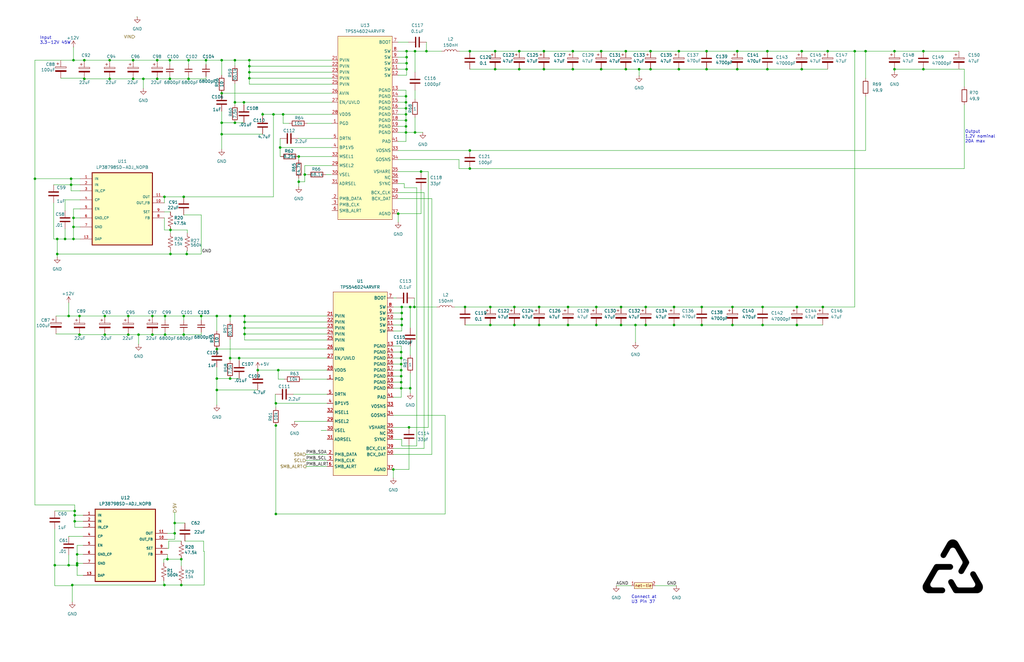
<source format=kicad_sch>
(kicad_sch (version 20250114) (generator "eeschema") (generator_version "9.0")
  (paper "B")
  (title_block (title "bitaxeGamma 605 Kit") (date "2025-12-20") (rev "605 A01") (company "Oconical") (comment 1 "12VDC  input. Larger Parts For Eductional Soldering Kit ") (comment 2 "Uses Socket 115x CPU Heat Sink") (comment 3 "Added external 5V regulator for better dissipatioin of U2") (comment 4 "Added 5V regulator to logic circuit ") (comment 5 "12V fan. Enhanced power filtering."))
  (text "Input \n3.3-12V 45W" (at 16.764 18.796 0) (effects (font (size 1.27 1.27)) (justify left bottom)))
  (text "Output \n1.2V nominal\n20A max" (at 406.908 60.452 0) (effects (font (size 1.27 1.27)) (justify left bottom)))
  (text "Connect at\nU3 Pin 37" (at 266.192 254.762 0) (effects (font (size 1.27 1.27)) (justify left bottom)))
  (junction (at 93.472 25.4))
  (junction (at 261.874 137.16))
  (junction (at 97.028 159.766))
  (junction (at 360.426 21.59))
  (junction (at 79.502 25.4))
  (junction (at 336.042 137.16))
  (junction (at 108.712 156.21))
  (junction (at 208.788 29.21))
  (junction (at 73.66 225.044))
  (junction (at 253.492 29.21))
  (junction (at 253.492 21.59))
  (junction (at 172.974 163.83))
  (junction (at 70.612 235.966))
  (junction (at 69.342 83.058))
  (junction (at 274.32 29.21))
  (junction (at 91.44 147.32))
  (junction (at 33.528 133.35))
  (junction (at 169.164 156.21))
  (junction (at 272.288 129.54))
  (junction (at 28.956 238.506))
  (junction (at 172.466 180.34))
  (junction (at 105.156 27.94))
  (junction (at 174.752 129.54))
  (junction (at 171.196 53.34))
  (junction (at 14.732 75.438))
  (junction (at 171.45 21.59))
  (junction (at 77.47 133.35))
  (junction (at 27.432 100.838))
  (junction (at 100.838 151.13))
  (junction (at 338.074 29.21))
  (junction (at 23.114 238.506))
  (junction (at 216.916 137.16))
  (junction (at 297.942 29.21))
  (junction (at 323.596 29.21))
  (junction (at 239.522 129.54))
  (junction (at 274.32 21.59))
  (junction (at 165.862 198.12))
  (junction (at 33.528 141.224))
  (junction (at 69.596 141.224))
  (junction (at 29.972 77.978))
  (junction (at 84.836 133.35))
  (junction (at 99.06 43.18))
  (junction (at 169.164 158.75))
  (junction (at 171.45 24.13))
  (junction (at 348.996 21.59))
  (junction (at 286.258 29.21))
  (junction (at 218.948 21.59))
  (junction (at 69.342 246.888))
  (junction (at 377.19 21.59))
  (junction (at 125.984 76.708))
  (junction (at 364.998 21.59))
  (junction (at 54.102 133.35))
  (junction (at 261.874 129.54))
  (junction (at 60.452 33.274))
  (junction (at 93.472 39.37))
  (junction (at 103.124 140.97))
  (junction (at 46.228 33.274))
  (junction (at 91.44 159.766))
  (junction (at 116.332 216.916))
  (junction (at 29.972 75.438))
  (junction (at 58.42 141.224))
  (junction (at 208.788 21.59))
  (junction (at 239.522 137.16))
  (junction (at 198.12 71.12))
  (junction (at 321.564 137.16))
  (junction (at 169.164 151.13))
  (junction (at 24.13 100.838))
  (junction (at 251.46 129.54))
  (junction (at 171.196 55.88))
  (junction (at 86.868 25.4))
  (junction (at 119.38 48.26))
  (junction (at 66.294 25.4))
  (junction (at 71.882 97.028))
  (junction (at 31.496 215.646))
  (junction (at 169.164 163.83))
  (junction (at 32.512 237.744))
  (junction (at 78.74 107.188))
  (junction (at 97.028 133.35))
  (junction (at 263.906 21.59))
  (junction (at 175.006 21.59))
  (junction (at 218.948 29.21))
  (junction (at 93.472 51.816))
  (junction (at 206.756 137.16))
  (junction (at 227.33 129.54))
  (junction (at 284.226 129.54))
  (junction (at 103.124 133.35))
  (junction (at 206.756 129.54))
  (junction (at 169.418 132.08))
  (junction (at 175.006 55.88))
  (junction (at 241.554 29.21))
  (junction (at 196.088 129.54))
  (junction (at 323.596 21.59))
  (junction (at 171.196 50.8))
  (junction (at 32.512 233.934))
  (junction (at 30.988 91.948))
  (junction (at 118.11 62.23))
  (junction (at 321.564 129.54))
  (junction (at 32.512 238.506))
  (junction (at 44.196 141.224))
  (junction (at 198.12 21.59))
  (junction (at 169.164 148.59))
  (junction (at 295.91 137.16))
  (junction (at 167.894 90.17))
  (junction (at 24.13 107.188))
  (junction (at 56.134 25.4))
  (junction (at 284.226 137.16))
  (junction (at 216.916 129.54))
  (junction (at 105.156 33.02))
  (junction (at 64.262 141.224))
  (junction (at 297.942 21.59))
  (junction (at 71.628 25.4))
  (junction (at 116.332 170.18))
  (junction (at 99.06 51.816))
  (junction (at 389.382 29.21))
  (junction (at 169.164 153.67))
  (junction (at 177.546 72.39))
  (junction (at 66.294 33.274))
  (junction (at 179.832 21.59))
  (junction (at 117.348 156.21))
  (junction (at 46.228 25.4))
  (junction (at 103.124 138.43))
  (junction (at 308.864 129.54))
  (junction (at 269.494 29.21))
  (junction (at 241.554 21.59))
  (junction (at 31.496 217.424))
  (junction (at 310.896 29.21))
  (junction (at 338.074 21.59))
  (junction (at 35.56 33.274))
  (junction (at 71.882 107.188))
  (junction (at 30.988 95.758))
  (junction (at 93.472 56.642))
  (junction (at 267.97 137.16))
  (junction (at 103.124 135.89))
  (junction (at 110.744 48.26))
  (junction (at 76.454 235.966))
  (junction (at 295.91 129.54))
  (junction (at 30.988 25.4))
  (junction (at 76.454 246.888))
  (junction (at 346.964 129.54))
  (junction (at 171.196 48.26))
  (junction (at 229.362 29.21))
  (junction (at 77.47 83.058))
  (junction (at 229.362 21.59))
  (junction (at 71.628 33.274))
  (junction (at 30.48 246.888))
  (junction (at 272.288 137.16))
  (junction (at 125.984 66.04))
  (junction (at 169.418 137.16))
  (junction (at 69.596 133.35))
  (junction (at 251.46 137.16))
  (junction (at 91.44 164.592))
  (junction (at 77.47 141.224))
  (junction (at 263.906 29.21))
  (junction (at 171.45 29.21))
  (junction (at 389.382 21.59))
  (junction (at 79.502 33.274))
  (junction (at 336.042 129.54))
  (junction (at 44.196 133.35))
  (junction (at 227.33 137.16))
  (junction (at 377.19 29.21))
  (junction (at 97.028 151.13))
  (junction (at 116.332 179.578))
  (junction (at 169.418 134.62))
  (junction (at 28.956 133.35))
  (junction (at 286.258 21.59))
  (junction (at 308.864 137.16))
  (junction (at 171.196 40.64))
  (junction (at 56.134 33.274))
  (junction (at 91.44 133.35))
  (junction (at 128.524 73.66))
  (junction (at 115.316 48.26))
  (junction (at 99.06 25.4))
  (junction (at 171.45 26.67))
  (junction (at 172.974 129.54))
  (junction (at 54.102 141.224))
  (junction (at 105.156 25.4))
  (junction (at 105.156 30.48))
  (junction (at 102.87 43.18))
  (junction (at 73.66 220.726))
  (junction (at 171.196 45.72))
  (junction (at 30.988 100.838))
  (junction (at 169.418 129.54))
  (junction (at 35.56 25.4))
  (junction (at 64.262 133.35))
  (junction (at 310.896 21.59))
  (junction (at 169.164 161.29))
  (junction (at 31.496 219.964))
  (junction (at 171.196 43.18))
  (junction (at 198.12 63.5))
  (wire (pts (xy 30.988 19.812) (xy 30.988 25.4)))
  (wire (pts (xy 167.894 48.26) (xy 171.196 48.26)))
  (wire (pts (xy 29.972 77.978) (xy 29.972 75.438)))
  (wire (pts (xy 69.088 237.49) (xy 69.088 235.966)))
  (wire (pts (xy 60.452 37.338) (xy 60.452 33.274)))
  (wire (pts (xy 28.956 226.314) (xy 28.956 226.568)))
  (wire (pts (xy 35.56 33.274) (xy 46.228 33.274)))
  (wire (pts (xy 227.33 129.54) (xy 239.522 129.54)))
  (wire (pts (xy 167.894 59.69) (xy 171.196 59.69)))
  (wire (pts (xy 165.862 153.67) (xy 169.164 153.67)))
  (wire (pts (xy 22.606 85.598) (xy 22.606 100.838)))
  (wire (pts (xy 69.342 247.142) (xy 69.342 246.888)))
  (wire (pts (xy 71.882 105.918) (xy 71.882 107.188)))
  (wire (pts (xy 103.124 133.35) (xy 103.124 135.89)))
  (wire (pts (xy 30.988 25.4) (xy 25.654 25.4)))
  (wire (pts (xy 310.896 29.21) (xy 323.596 29.21)))
  (wire (pts (xy 165.862 198.12) (xy 165.862 201.676)))
  (wire (pts (xy 29.972 75.438) (xy 33.782 75.438)))
  (wire (pts (xy 71.12 228.346) (xy 76.454 228.346)))
  (wire (pts (xy 33.782 88.138) (xy 30.988 88.138)))
  (wire (pts (xy 241.554 29.21) (xy 253.492 29.21)))
  (wire (pts (xy 165.862 132.08) (xy 169.418 132.08)))
  (wire (pts (xy 364.998 63.5) (xy 364.998 40.64)))
  (wire (pts (xy 178.816 81.28) (xy 167.894 81.28)))
  (wire (pts (xy 30.988 88.138) (xy 30.988 91.948)))
  (wire (pts (xy 85.852 228.346) (xy 77.978 228.346)))
  (wire (pts (xy 167.894 31.75) (xy 171.45 31.75)))
  (wire (pts (xy 180.594 72.39) (xy 177.546 72.39)))
  (wire (pts (xy 116.332 170.18) (xy 116.078 170.18)))
  (wire (pts (xy 284.226 129.54) (xy 295.91 129.54)))
  (wire (pts (xy 69.596 133.35) (xy 64.262 133.35)))
  (wire (pts (xy 23.114 238.506) (xy 28.956 238.506)))
  (wire (pts (xy 165.862 175.26) (xy 187.706 175.26)))
  (wire (pts (xy 115.316 83.058) (xy 115.316 48.26)))
  (wire (pts (xy 169.164 146.05) (xy 169.164 148.59)))
  (wire (pts (xy 66.294 33.274) (xy 71.628 33.274)))
  (wire (pts (xy 239.522 129.54) (xy 251.46 129.54)))
  (wire (pts (xy 91.44 154.94) (xy 91.44 159.766)))
  (wire (pts (xy 206.756 137.16) (xy 216.916 137.16)))
  (wire (pts (xy 30.988 91.948) (xy 30.988 95.758)))
  (wire (pts (xy 24.13 107.188) (xy 71.882 107.188)))
  (wire (pts (xy 165.862 148.59) (xy 169.164 148.59)))
  (wire (pts (xy 169.164 148.59) (xy 169.164 151.13)))
  (wire (pts (xy 30.226 247.142) (xy 30.226 246.888)))
  (wire (pts (xy 33.528 133.35) (xy 33.528 133.604)))
  (wire (pts (xy 33.782 84.328) (xy 27.432 84.328)))
  (wire (pts (xy 25.654 33.02) (xy 35.56 33.02)))
  (wire (pts (xy 171.45 31.75) (xy 171.45 29.21)))
  (wire (pts (xy 308.864 137.16) (xy 321.564 137.16)))
  (wire (pts (xy 172.466 187.96) (xy 172.466 198.12)))
  (wire (pts (xy 172.466 180.34) (xy 180.594 180.34)))
  (wire (pts (xy 99.06 25.4) (xy 99.06 27.686)))
  (wire (pts (xy 71.882 107.188) (xy 78.74 107.188)))
  (wire (pts (xy 31.496 222.504) (xy 31.496 219.964)))
  (wire (pts (xy 70.612 231.394) (xy 71.12 231.394)))
  (wire (pts (xy 193.548 71.12) (xy 193.548 67.31)))
  (wire (pts (xy 169.418 134.62) (xy 169.418 132.08)))
  (wire (pts (xy 33.782 100.838) (xy 30.988 100.838)))
  (wire (pts (xy 93.472 39.37) (xy 139.954 39.37)))
  (wire (pts (xy 216.916 137.16) (xy 227.33 137.16)))
  (wire (pts (xy 169.164 158.75) (xy 169.164 161.29)))
  (wire (pts (xy 172.974 146.05) (xy 172.974 149.86)))
  (wire (pts (xy 35.052 222.504) (xy 31.496 222.504)))
  (wire (pts (xy 198.12 21.59) (xy 193.802 21.59)))
  (wire (pts (xy 180.594 180.34) (xy 180.594 72.39)))
  (wire (pts (xy 119.38 48.26) (xy 139.954 48.26)))
  (wire (pts (xy 14.732 75.438) (xy 29.972 75.438)))
  (wire (pts (xy 139.954 62.23) (xy 118.11 62.23)))
  (wire (pts (xy 171.45 21.59) (xy 175.006 21.59)))
  (wire (pts (xy 32.512 230.124) (xy 32.512 233.934)))
  (wire (pts (xy 165.862 191.77) (xy 182.118 191.77)))
  (wire (pts (xy 171.45 26.67) (xy 171.45 24.13)))
  (wire (pts (xy 165.862 163.83) (xy 169.164 163.83)))
  (wire (pts (xy 269.494 29.21) (xy 274.32 29.21)))
  (wire (pts (xy 116.078 166.37) (xy 116.078 170.18)))
  (wire (pts (xy 103.124 135.89) (xy 103.124 138.43)))
  (wire (pts (xy 272.288 137.16) (xy 284.226 137.16)))
  (wire (pts (xy 119.888 160.02) (xy 117.348 160.02)))
  (wire (pts (xy 229.362 29.21) (xy 241.554 29.21)))
  (wire (pts (xy 227.33 137.16) (xy 239.522 137.16)))
  (wire (pts (xy 71.12 231.394) (xy 71.12 228.346)))
  (wire (pts (xy 108.712 156.21) (xy 117.348 156.21)))
  (wire (pts (xy 30.226 246.888) (xy 30.48 246.888)))
  (wire (pts (xy 73.66 227.584) (xy 73.66 225.044)))
  (wire (pts (xy 97.028 143.256) (xy 97.028 151.13)))
  (wire (pts (xy 193.548 67.31) (xy 167.894 67.31)))
  (wire (pts (xy 46.228 25.4) (xy 46.228 25.654)))
  (wire (pts (xy 267.97 144.526) (xy 267.97 137.16)))
  (wire (pts (xy 31.496 219.964) (xy 35.052 219.964)))
  (wire (pts (xy 167.894 21.59) (xy 171.45 21.59)))
  (wire (pts (xy 84.836 133.35) (xy 91.44 133.35)))
  (wire (pts (xy 71.628 33.274) (xy 71.628 32.258)))
  (wire (pts (xy 103.124 140.97) (xy 103.124 143.51)))
  (wire (pts (xy 99.06 25.4) (xy 105.156 25.4)))
  (wire (pts (xy 167.894 29.21) (xy 171.45 29.21)))
  (wire (pts (xy 25.4 25.4) (xy 14.732 25.4)))
  (wire (pts (xy 93.472 51.816) (xy 93.472 56.642)))
  (wire (pts (xy 171.196 59.69) (xy 171.196 55.88)))
  (wire (pts (xy 78.994 97.028) (xy 78.994 98.298)))
  (wire (pts (xy 27.432 96.52) (xy 27.432 100.838)))
  (wire (pts (xy 377.19 29.21) (xy 389.382 29.21)))
  (wire (pts (xy 84.836 133.35) (xy 84.836 135.128)))
  (wire (pts (xy 85.852 232.664) (xy 85.852 228.346)))
  (wire (pts (xy 64.262 133.35) (xy 64.262 133.604)))
  (wire (pts (xy 169.418 129.54) (xy 172.974 129.54)))
  (wire (pts (xy 171.45 21.59) (xy 171.45 24.13)))
  (wire (pts (xy 121.92 52.07) (xy 119.38 52.07)))
  (wire (pts (xy 321.564 137.16) (xy 336.042 137.16)))
  (wire (pts (xy 165.862 125.73) (xy 167.132 125.73)))
  (wire (pts (xy 103.124 138.43) (xy 103.124 140.97)))
  (wire (pts (xy 284.226 137.16) (xy 295.91 137.16)))
  (wire (pts (xy 172.974 129.54) (xy 172.974 138.43)))
  (wire (pts (xy 78.994 105.918) (xy 78.74 105.918)))
  (wire (pts (xy 172.974 129.54) (xy 174.752 129.54)))
  (wire (pts (xy 58.42 141.224) (xy 54.102 141.224)))
  (wire (pts (xy 406.654 71.12) (xy 198.12 71.12)))
  (wire (pts (xy 175.006 55.88) (xy 178.308 55.88)))
  (wire (pts (xy 128.524 76.708) (xy 125.984 76.708)))
  (wire (pts (xy 346.964 129.54) (xy 360.426 129.54)))
  (wire (pts (xy 167.894 17.78) (xy 172.212 17.78)))
  (wire (pts (xy 31.496 219.964) (xy 31.496 217.424)))
  (wire (pts (xy 116.078 216.916) (xy 116.332 216.916)))
  (wire (pts (xy 129.032 191.77) (xy 137.922 191.77)))
  (wire (pts (xy 108.712 155.448) (xy 108.712 156.21)))
  (wire (pts (xy 58.42 141.224) (xy 64.262 141.224)))
  (wire (pts (xy 196.088 129.54) (xy 206.756 129.54)))
  (wire (pts (xy 129.032 196.85) (xy 137.922 196.85)))
  (wire (pts (xy 71.882 97.028) (xy 71.882 98.298)))
  (wire (pts (xy 105.156 27.94) (xy 105.156 30.48)))
  (wire (pts (xy 102.87 43.18) (xy 139.954 43.18)))
  (wire (pts (xy 165.862 134.62) (xy 169.418 134.62)))
  (wire (pts (xy 169.418 188.214) (xy 175.768 188.214)))
  (wire (pts (xy 105.156 25.4) (xy 139.954 25.4)))
  (wire (pts (xy 165.862 189.23) (xy 178.816 189.23)))
  (wire (pts (xy 23.114 247.142) (xy 30.226 247.142)))
  (wire (pts (xy 321.564 129.54) (xy 336.042 129.54)))
  (wire (pts (xy 165.862 185.42) (xy 169.418 185.42)))
  (wire (pts (xy 129.032 194.31) (xy 137.922 194.31)))
  (wire (pts (xy 32.512 238.506) (xy 28.956 238.506)))
  (wire (pts (xy 175.006 38.1) (xy 175.006 41.91)))
  (wire (pts (xy 32.512 233.934) (xy 35.052 233.934)))
  (wire (pts (xy 73.66 220.726) (xy 77.978 220.726)))
  (wire (pts (xy 97.028 133.35) (xy 97.028 135.636)))
  (wire (pts (xy 406.654 44.196) (xy 406.654 71.12)))
  (wire (pts (xy 364.998 21.59) (xy 377.19 21.59)))
  (wire (pts (xy 167.894 43.18) (xy 171.196 43.18)))
  (wire (pts (xy 28.956 234.188) (xy 28.956 238.506)))
  (wire (pts (xy 44.196 133.35) (xy 44.196 133.604)))
  (wire (pts (xy 118.11 58.42) (xy 118.11 62.23)))
  (wire (pts (xy 33.528 133.35) (xy 44.196 133.35)))
  (wire (pts (xy 71.628 33.274) (xy 79.502 33.274)))
  (wire (pts (xy 76.454 238.76) (xy 76.454 235.966)))
  (wire (pts (xy 360.426 129.54) (xy 360.426 21.59)))
  (wire (pts (xy 78.994 97.028) (xy 72.136 97.028)))
  (wire (pts (xy 124.206 177.8) (xy 137.922 177.8)))
  (wire (pts (xy 76.454 246.888) (xy 86.106 246.888)))
  (wire (pts (xy 33.528 140.97) (xy 33.528 141.224)))
  (wire (pts (xy 30.988 91.948) (xy 33.782 91.948)))
  (wire (pts (xy 102.87 43.18) (xy 102.87 44.196)))
  (wire (pts (xy 31.496 215.646) (xy 31.496 213.106)))
  (wire (pts (xy 216.916 129.54) (xy 227.33 129.54)))
  (wire (pts (xy 103.124 133.35) (xy 137.922 133.35)))
  (wire (pts (xy 79.502 33.274) (xy 79.502 32.258)))
  (wire (pts (xy 56.134 25.4) (xy 66.294 25.4)))
  (wire (pts (xy 174.752 125.73) (xy 174.752 129.54)))
  (wire (pts (xy 86.868 25.4) (xy 86.868 27.178)))
  (wire (pts (xy 208.788 29.21) (xy 218.948 29.21)))
  (wire (pts (xy 22.606 100.838) (xy 24.13 100.838)))
  (wire (pts (xy 110.744 48.26) (xy 115.316 48.26)))
  (wire (pts (xy 31.496 217.424) (xy 35.052 217.424)))
  (wire (pts (xy 125.984 76.708) (xy 125.984 78.74)))
  (wire (pts (xy 169.418 139.7) (xy 169.418 137.16)))
  (wire (pts (xy 77.47 133.35) (xy 69.596 133.35)))
  (wire (pts (xy 308.864 129.54) (xy 321.564 129.54)))
  (wire (pts (xy 30.48 246.888) (xy 30.48 254)))
  (wire (pts (xy 77.47 83.058) (xy 115.316 83.058)))
  (wire (pts (xy 27.432 100.838) (xy 24.13 100.838)))
  (wire (pts (xy 165.862 167.64) (xy 169.164 167.64)))
  (wire (pts (xy 30.988 100.838) (xy 27.432 100.838)))
  (wire (pts (xy 389.382 29.21) (xy 404.114 29.21)))
  (wire (pts (xy 137.922 135.89) (xy 103.124 135.89)))
  (wire (pts (xy 97.028 151.13) (xy 100.838 151.13)))
  (wire (pts (xy 91.44 147.32) (xy 137.922 147.32)))
  (wire (pts (xy 187.706 175.26) (xy 187.706 216.916)))
  (wire (pts (xy 79.502 25.4) (xy 71.628 25.4)))
  (wire (pts (xy 23.114 238.506) (xy 23.114 247.142)))
  (wire (pts (xy 99.06 51.816) (xy 102.87 51.816)))
  (wire (pts (xy 115.316 48.26) (xy 119.38 48.26)))
  (wire (pts (xy 251.46 129.54) (xy 261.874 129.54)))
  (wire (pts (xy 171.196 38.1) (xy 171.196 40.64)))
  (wire (pts (xy 177.546 80.01) (xy 177.546 90.17)))
  (wire (pts (xy 171.196 53.34) (xy 171.196 55.88)))
  (wire (pts (xy 263.906 21.59) (xy 274.32 21.59)))
  (wire (pts (xy 139.954 33.02) (xy 105.156 33.02)))
  (wire (pts (xy 118.11 66.04) (xy 118.364 66.04)))
  (wire (pts (xy 99.06 43.18) (xy 102.87 43.18)))
  (wire (pts (xy 78.74 107.188) (xy 84.836 107.188)))
  (wire (pts (xy 99.06 35.306) (xy 99.06 43.18)))
  (wire (pts (xy 14.732 25.4) (xy 14.732 75.438)))
  (wire (pts (xy 165.862 139.7) (xy 169.418 139.7)))
  (wire (pts (xy 336.042 137.16) (xy 346.964 137.16)))
  (wire (pts (xy 30.988 95.758) (xy 30.988 100.838)))
  (wire (pts (xy 70.612 225.044) (xy 73.66 225.044)))
  (wire (pts (xy 118.11 62.23) (xy 118.11 66.04)))
  (wire (pts (xy 165.862 137.16) (xy 169.418 137.16)))
  (wire (pts (xy 97.028 159.766) (xy 100.838 159.766)))
  (wire (pts (xy 84.836 141.224) (xy 84.836 140.208)))
  (wire (pts (xy 35.052 230.124) (xy 32.512 230.124)))
  (wire (pts (xy 46.228 25.4) (xy 56.134 25.4)))
  (wire (pts (xy 406.654 29.21) (xy 404.368 29.21)))
  (wire (pts (xy 73.66 216.154) (xy 73.66 220.726)))
  (wire (pts (xy 56.134 25.4) (xy 56.134 25.654)))
  (wire (pts (xy 35.052 226.314) (xy 28.956 226.314)))
  (wire (pts (xy 169.418 137.16) (xy 169.418 134.62)))
  (wire (pts (xy 117.348 156.21) (xy 137.922 156.21)))
  (wire (pts (xy 99.06 43.18) (xy 99.06 44.196)))
  (wire (pts (xy 23.114 223.266) (xy 23.114 238.506)))
  (wire (pts (xy 69.342 91.948) (xy 69.342 97.028)))
  (wire (pts (xy 175.768 188.214) (xy 175.768 79.248)))
  (wire (pts (xy 218.948 29.21) (xy 229.362 29.21)))
  (wire (pts (xy 137.922 138.43) (xy 103.124 138.43)))
  (wire (pts (xy 253.492 21.59) (xy 263.906 21.59)))
  (wire (pts (xy 165.862 161.29) (xy 169.164 161.29)))
  (wire (pts (xy 169.418 185.42) (xy 169.418 188.214)))
  (wire (pts (xy 70.612 233.934) (xy 70.612 235.966)))
  (wire (pts (xy 32.512 237.744) (xy 32.512 238.506)))
  (wire (pts (xy 32.512 242.824) (xy 35.052 242.824)))
  (wire (pts (xy 175.006 49.53) (xy 175.006 55.88)))
  (wire (pts (xy 73.66 225.044) (xy 73.66 220.726)))
  (wire (pts (xy 137.414 73.66) (xy 139.7 73.66)))
  (wire (pts (xy 58.42 145.288) (xy 58.42 141.224)))
  (wire (pts (xy 169.164 167.64) (xy 169.164 163.83)))
  (wire (pts (xy 286.258 29.21) (xy 297.942 29.21)))
  (wire (pts (xy 110.744 48.26) (xy 110.744 49.022)))
  (wire (pts (xy 175.006 21.59) (xy 175.006 30.48)))
  (wire (pts (xy 128.524 73.66) (xy 128.524 76.708)))
  (wire (pts (xy 69.342 246.888) (xy 76.454 246.888)))
  (wire (pts (xy 76.454 246.38) (xy 76.454 246.888)))
  (wire (pts (xy 30.48 246.888) (xy 69.342 246.888)))
  (wire (pts (xy 167.894 90.17) (xy 167.894 93.726)))
  (wire (pts (xy 86.868 25.4) (xy 93.472 25.4)))
  (wire (pts (xy 116.332 216.916) (xy 187.706 216.916)))
  (wire (pts (xy 93.472 56.642) (xy 93.472 62.992)))
  (wire (pts (xy 169.418 129.54) (xy 169.418 132.08)))
  (wire (pts (xy 179.832 21.59) (xy 186.182 21.59)))
  (wire (pts (xy 71.628 25.4) (xy 66.294 25.4)))
  (wire (pts (xy 91.44 133.35) (xy 97.028 133.35)))
  (wire (pts (xy 323.596 21.59) (xy 338.074 21.59)))
  (wire (pts (xy 167.894 53.34) (xy 171.196 53.34)))
  (wire (pts (xy 32.512 238.506) (xy 32.512 242.824)))
  (wire (pts (xy 196.088 129.54) (xy 191.77 129.54)))
  (wire (pts (xy 77.47 141.224) (xy 77.47 140.208)))
  (wire (pts (xy 165.862 129.54) (xy 169.418 129.54)))
  (wire (pts (xy 69.342 89.408) (xy 71.882 89.408)))
  (wire (pts (xy 32.512 233.934) (xy 32.512 237.744)))
  (wire (pts (xy 35.56 25.4) (xy 35.56 25.654)))
  (wire (pts (xy 323.596 29.21) (xy 338.074 29.21)))
  (wire (pts (xy 178.816 189.23) (xy 178.816 81.28)))
  (wire (pts (xy 86.106 246.888) (xy 86.106 232.664)))
  (wire (pts (xy 24.13 100.838) (xy 24.13 107.188)))
  (wire (pts (xy 97.028 133.35) (xy 103.124 133.35)))
  (wire (pts (xy 54.102 133.35) (xy 54.102 133.604)))
  (wire (pts (xy 105.156 33.02) (xy 105.156 35.56)))
  (wire (pts (xy 276.352 247.142) (xy 285.242 247.142)))
  (wire (pts (xy 169.164 151.13) (xy 169.164 153.67)))
  (wire (pts (xy 169.164 161.29) (xy 169.164 163.83)))
  (wire (pts (xy 30.988 25.4) (xy 35.56 25.4)))
  (wire (pts (xy 377.19 21.59) (xy 389.382 21.59)))
  (wire (pts (xy 253.492 29.21) (xy 263.906 29.21)))
  (wire (pts (xy 272.288 129.54) (xy 284.226 129.54)))
  (wire (pts (xy 229.362 21.59) (xy 241.554 21.59)))
  (wire (pts (xy 69.342 83.058) (xy 69.342 85.598)))
  (wire (pts (xy 295.91 137.16) (xy 308.864 137.16)))
  (wire (pts (xy 93.472 51.816) (xy 99.06 51.816)))
  (wire (pts (xy 35.56 33.02) (xy 35.56 33.274)))
  (wire (pts (xy 79.502 27.178) (xy 79.502 25.4)))
  (wire (pts (xy 69.342 97.028) (xy 71.882 97.028)))
  (wire (pts (xy 196.088 137.16) (xy 206.756 137.16)))
  (wire (pts (xy 286.258 21.59) (xy 297.942 21.59)))
  (wire (pts (xy 77.47 141.224) (xy 84.836 141.224)))
  (wire (pts (xy 269.494 29.21) (xy 269.494 32.004)))
  (wire (pts (xy 125.73 58.42) (xy 139.954 58.42)))
  (wire (pts (xy 44.196 133.35) (xy 54.102 133.35)))
  (wire (pts (xy 348.996 21.59) (xy 360.426 21.59)))
  (wire (pts (xy 116.332 179.324) (xy 116.332 179.578)))
  (wire (pts (xy 175.768 79.248) (xy 170.434 79.248)))
  (wire (pts (xy 310.896 21.59) (xy 323.596 21.59)))
  (wire (pts (xy 389.382 21.59) (xy 404.368 21.59)))
  (wire (pts (xy 78.74 105.918) (xy 78.74 107.188)))
  (wire (pts (xy 33.782 80.518) (xy 29.972 80.518)))
  (wire (pts (xy 91.44 164.592) (xy 108.712 164.592)))
  (wire (pts (xy 338.074 21.59) (xy 348.996 21.59)))
  (wire (pts (xy 23.622 140.97) (xy 33.528 140.97)))
  (wire (pts (xy 125.984 66.04) (xy 139.954 66.04)))
  (wire (pts (xy 336.042 129.54) (xy 346.964 129.54)))
  (wire (pts (xy 77.47 133.35) (xy 84.836 133.35)))
  (wire (pts (xy 69.596 135.128) (xy 69.596 133.35)))
  (wire (pts (xy 198.12 63.5) (xy 364.998 63.5)))
  (wire (pts (xy 274.32 21.59) (xy 286.258 21.59)))
  (wire (pts (xy 86.868 33.274) (xy 86.868 32.258)))
  (wire (pts (xy 261.874 129.54) (xy 272.288 129.54)))
  (wire (pts (xy 70.612 235.966) (xy 76.454 235.966)))
  (wire (pts (xy 364.998 33.02) (xy 364.998 21.59)))
  (wire (pts (xy 69.088 245.11) (xy 69.088 247.142)))
  (wire (pts (xy 167.894 55.88) (xy 171.196 55.88)))
  (wire (pts (xy 261.874 137.16) (xy 267.97 137.16)))
  (wire (pts (xy 46.228 33.274) (xy 56.134 33.274)))
  (wire (pts (xy 32.512 237.744) (xy 35.052 237.744)))
  (wire (pts (xy 167.894 63.5) (xy 198.12 63.5)))
  (wire (pts (xy 198.12 21.59) (xy 208.788 21.59)))
  (wire (pts (xy 198.12 71.12) (xy 193.548 71.12)))
  (wire (pts (xy 127.508 160.02) (xy 137.922 160.02)))
  (wire (pts (xy 206.756 129.54) (xy 216.916 129.54)))
  (wire (pts (xy 27.432 84.328) (xy 27.432 88.9)))
  (wire (pts (xy 93.472 46.99) (xy 93.472 51.816)))
  (wire (pts (xy 208.788 21.59) (xy 218.948 21.59)))
  (wire (pts (xy 105.156 25.4) (xy 105.156 27.94)))
  (wire (pts (xy 267.97 137.16) (xy 272.288 137.16)))
  (wire (pts (xy 69.088 247.142) (xy 69.342 247.142)))
  (wire (pts (xy 64.262 141.224) (xy 69.596 141.224)))
  (wire (pts (xy 263.906 29.21) (xy 269.494 29.21)))
  (wire (pts (xy 169.164 163.83) (xy 172.974 163.83)))
  (wire (pts (xy 31.496 217.424) (xy 31.496 215.646)))
  (wire (pts (xy 71.628 27.178) (xy 71.628 25.4)))
  (wire (pts (xy 28.956 133.35) (xy 23.622 133.35)))
  (wire (pts (xy 167.894 24.13) (xy 171.45 24.13)))
  (wire (pts (xy 182.118 191.77) (xy 182.118 83.82)))
  (wire (pts (xy 91.44 164.592) (xy 91.44 170.942)))
  (wire (pts (xy 165.862 158.75) (xy 169.164 158.75)))
  (wire (pts (xy 251.46 137.16) (xy 261.874 137.16)))
  (wire (pts (xy 128.524 69.85) (xy 128.524 73.66)))
  (wire (pts (xy 165.862 156.21) (xy 169.164 156.21)))
  (wire (pts (xy 69.596 141.224) (xy 77.47 141.224)))
  (wire (pts (xy 170.434 77.47) (xy 167.894 77.47)))
  (wire (pts (xy 377.19 29.21) (xy 377.19 30.226)))
  (wire (pts (xy 29.972 77.978) (xy 33.782 77.978)))
  (wire (pts (xy 105.156 30.48) (xy 105.156 33.02)))
  (wire (pts (xy 23.114 215.646) (xy 31.496 215.646)))
  (wire (pts (xy 93.472 56.642) (xy 110.744 56.642)))
  (wire (pts (xy 172.974 157.48) (xy 172.974 163.83)))
  (wire (pts (xy 171.196 45.72) (xy 171.196 48.26)))
  (wire (pts (xy 100.838 151.13) (xy 137.922 151.13)))
  (wire (pts (xy 128.524 73.66) (xy 129.794 73.66)))
  (wire (pts (xy 167.894 90.17) (xy 177.546 90.17)))
  (wire (pts (xy 172.974 165.862) (xy 172.974 163.83)))
  (wire (pts (xy 14.732 213.106) (xy 31.496 213.106)))
  (wire (pts (xy 338.074 29.21) (xy 348.996 29.21)))
  (wire (pts (xy 139.954 69.85) (xy 128.524 69.85)))
  (wire (pts (xy 91.44 133.35) (xy 91.44 139.7)))
  (wire (pts (xy 93.472 25.4) (xy 93.472 31.75)))
  (wire (pts (xy 79.502 25.4) (xy 86.868 25.4)))
  (wire (pts (xy 139.954 35.56) (xy 105.156 35.56)))
  (wire (pts (xy 97.028 151.13) (xy 97.028 152.146)))
  (wire (pts (xy 139.954 27.94) (xy 105.156 27.94)))
  (wire (pts (xy 170.434 79.248) (xy 170.434 77.47)))
  (wire (pts (xy 69.088 235.966) (xy 70.612 235.966)))
  (wire (pts (xy 117.348 156.21) (xy 117.348 160.02)))
  (wire (pts (xy 123.698 166.37) (xy 137.922 166.37)))
  (wire (pts (xy 85.852 232.664) (xy 86.106 232.664)))
  (wire (pts (xy 198.12 29.21) (xy 208.788 29.21)))
  (wire (pts (xy 93.472 25.4) (xy 99.06 25.4)))
  (wire (pts (xy 167.894 38.1) (xy 171.196 38.1)))
  (wire (pts (xy 125.984 75.184) (xy 125.984 76.708)))
  (wire (pts (xy 165.862 146.05) (xy 169.164 146.05)))
  (wire (pts (xy 360.426 21.59) (xy 364.998 21.59)))
  (wire (pts (xy 35.56 25.4) (xy 46.228 25.4)))
  (wire (pts (xy 171.45 29.21) (xy 171.45 26.67)))
  (wire (pts (xy 179.832 17.78) (xy 179.832 21.59)))
  (wire (pts (xy 171.196 48.26) (xy 171.196 50.8)))
  (wire (pts (xy 165.862 198.12) (xy 172.466 198.12)))
  (wire (pts (xy 79.502 33.274) (xy 86.868 33.274)))
  (wire (pts (xy 167.894 45.72) (xy 171.196 45.72)))
  (wire (pts (xy 60.452 33.274) (xy 56.134 33.274)))
  (wire (pts (xy 167.894 50.8) (xy 171.196 50.8)))
  (wire (pts (xy 137.922 170.18) (xy 116.332 170.18)))
  (wire (pts (xy 91.44 159.766) (xy 91.44 164.592)))
  (wire (pts (xy 135.382 181.61) (xy 137.668 181.61)))
  (wire (pts (xy 44.196 141.224) (xy 54.102 141.224)))
  (wire (pts (xy 169.164 156.21) (xy 169.164 158.75)))
  (wire (pts (xy 110.744 47.498) (xy 110.744 48.26)))
  (wire (pts (xy 91.44 159.766) (xy 97.028 159.766)))
  (wire (pts (xy 24.13 107.188) (xy 24.13 108.458)))
  (wire (pts (xy 171.196 43.18) (xy 171.196 45.72)))
  (wire (pts (xy 69.342 83.058) (xy 77.47 83.058)))
  (wire (pts (xy 239.522 137.16) (xy 251.46 137.16)))
  (wire (pts (xy 119.38 48.26) (xy 119.38 52.07)))
  (wire (pts (xy 139.954 30.48) (xy 105.156 30.48)))
  (wire (pts (xy 241.554 21.59) (xy 253.492 21.59)))
  (wire (pts (xy 66.294 25.4) (xy 66.294 25.654)))
  (wire (pts (xy 295.91 129.54) (xy 308.864 129.54)))
  (wire (pts (xy 171.196 50.8) (xy 171.196 53.34)))
  (wire (pts (xy 406.654 36.576) (xy 406.654 29.21)))
  (wire (pts (xy 14.732 75.438) (xy 14.732 213.106)))
  (wire (pts (xy 100.838 151.13) (xy 100.838 152.146)))
  (wire (pts (xy 274.32 29.21) (xy 286.258 29.21)))
  (wire (pts (xy 171.196 40.64) (xy 171.196 43.18)))
  (wire (pts (xy 54.102 133.35) (xy 64.262 133.35)))
  (wire (pts (xy 60.452 33.274) (xy 66.294 33.274)))
  (wire (pts (xy 77.47 90.678) (xy 84.836 90.678)))
  (wire (pts (xy 69.596 141.224) (xy 69.596 140.208)))
  (wire (pts (xy 125.984 66.04) (xy 125.984 67.564)))
  (wire (pts (xy 137.922 140.97) (xy 103.124 140.97)))
  (wire (pts (xy 77.47 135.128) (xy 77.47 133.35)))
  (wire (pts (xy 165.862 180.34) (xy 172.466 180.34)))
  (wire (pts (xy 167.894 40.64) (xy 171.196 40.64)))
  (wire (pts (xy 165.862 151.13) (xy 169.164 151.13)))
  (wire (pts (xy 171.196 55.88) (xy 175.006 55.88)))
  (wire (pts (xy 57.658 7.112) (xy 57.912 7.112)))
  (wire (pts (xy 108.712 156.21) (xy 108.712 156.972)))
  (wire (pts (xy 22.606 77.978) (xy 29.972 77.978)))
  (wire (pts (xy 174.752 129.54) (xy 184.15 129.54)))
  (wire (pts (xy 116.332 179.578) (xy 116.332 216.916)))
  (wire (pts (xy 129.54 52.07) (xy 139.954 52.07)))
  (wire (pts (xy 175.006 21.59) (xy 179.832 21.59)))
  (wire (pts (xy 259.842 247.142) (xy 266.192 247.142)))
  (wire (pts (xy 33.528 141.224) (xy 44.196 141.224)))
  (wire (pts (xy 137.922 143.51) (xy 103.124 143.51)))
  (wire (pts (xy 29.972 80.518) (xy 29.972 77.978)))
  (wire (pts (xy 297.942 21.59) (xy 310.896 21.59)))
  (wire (pts (xy 116.332 170.18) (xy 116.332 171.958)))
  (wire (pts (xy 70.612 227.584) (xy 73.66 227.584)))
  (wire (pts (xy 167.894 72.39) (xy 177.546 72.39)))
  (wire (pts (xy 218.948 21.59) (xy 229.362 21.59)))
  (wire (pts (xy 297.942 29.21) (xy 310.896 29.21)))
  (wire (pts (xy 84.836 90.678) (xy 84.836 107.188)))
  (wire (pts (xy 30.988 95.758) (xy 33.782 95.758)))
  (wire (pts (xy 182.118 83.82) (xy 167.894 83.82)))
  (wire (pts (xy 28.956 127.762) (xy 28.956 133.35)))
  (wire (pts (xy 167.894 26.67) (xy 171.45 26.67)))
  (wire (pts (xy 28.956 133.35) (xy 33.528 133.35)))
  (wire (pts (xy 169.164 153.67) (xy 169.164 156.21)))
  (image (at 400.05 239.014) (scale 0.710375))
  (label "GND" (at 285.242 247.142 180))
  (label "PMB_SCL" (at 129.032 194.31 0))
  (label "PMB_SDA" (at 129.032 191.77 0))
  (label "AGND" (at 259.842 247.142 0))
  (label "PMB_ALRT" (at 129.032 196.85 0))
  (label "GND" (at 85.09 106.934 0))
  (hierarchical_label "SMB_ALRT" (shape output) (at 129.032 196.85 180))
  (hierarchical_label "SCL" (shape input) (at 129.032 194.31 180))
  (hierarchical_label "5V" (shape output) (at 73.66 216.154 90))
  (hierarchical_label "VIN" (shape input) (at 56.896 15.494 180))
  (hierarchical_label "SDA" (shape input) (at 129.032 191.77 180))
  (symbol (lib_id "LP38798SD-ADJ_NOPB:LP38798SD-ADJ_NOPB") (at 52.832 230.124 0) (unit 1)
    (property "Reference" "U12" (at 52.832 210.058 0))
    (property "Value" "LP38798SD-ADJ_NOPB" (at 52.832 212.598 0))
    (property "Footprint" "bitaxe:SON50P400X400X100-13N" (effects (hide yes)))
    (property "MF" "Texas Instruments" (effects (hide yes)))
    (property "Description_1" "800-mA, 20-V, low-noise, high-PSRR, adjustable low-dropout voltage regulator with enable" (effects (hide yes)))
    (property "Package" "WSON-12 Texas Instruments" (effects (hide yes)))
    (property "Price" "None" (effects (hide yes)))
    (property "SnapEDA_Link" "https://www.snapeda.com/parts/LP38798SD-ADJ/NOPB/Texas+Instruments/view-part/?ref=snap" (effects (hide yes)))
    (property "MP" "LP38798SD-ADJ/NOPB" (effects (hide yes)))
    (property "Availability" "In Stock" (effects (hide yes)))
    (property "Check_prices" "https://www.snapeda.com/parts/LP38798SD-ADJ/NOPB/Texas+Instruments/view-part/?ref=eda" (effects (hide yes)))
  )
  (symbol (lib_id "PCM_bitaxe:TPS546D24") (at 151.892 165.1 0) (unit 1)
    (property "Reference" "U1" (at 151.892 118.618 0))
    (property "Value" "TPS546D24ARVFR" (at 151.892 121.158 0))
    (property "Footprint" "bitaxe:LQFN40-CLIP" (effects (hide yes)))
    (property "Datasheet" "https://www.ti.com/lit/ds/symlink/tps546d24a.pdf" (effects (hide yes)))
    (property "DK" "296-TPS546D24ARVFRCT-ND" (effects (hide yes)))
    (property "PARTNO" "TPS546D24ARVFR" (effects (hide yes)))
  )
  (symbol (lib_id "PCM_Capacitor_AKL:CP_Radial_D12.5mm_P5.00mm") (at 206.756 133.35 0) (unit 1)
    (property "Reference" "C122" (at 209.804 131.1909 0) (effects (justify left)))
    (property "Value" "47uf" (at 209.804 133.7309 0) (effects (justify left)))
    (property "Footprint" "PCM_Capacitor_THT_AKL:CP_Radial_D12.5mm_P5.00mm" (effects (hide yes)))
    (property "Description" "THT Electrolytic Capacitor, 12.5mm Diameter, 5.00mm Pitch, European Symbol, Alternate KiCad Library" (effects (hide yes)))
  )
  (symbol (lib_id "Device:C") (at 77.47 86.868 0) (unit 1)
    (property "Reference" "C91" (at 71.12 85.344 0) (effects (justify left)))
    (property "Value" "22uF" (at 70.612 87.63 0) (effects (justify left)))
    (property "Footprint" "Capacitor_SMD:C_1210_3225Metric_Pad1.33x2.70mm_HandSolder" (effects (hide yes)))
    (property "Description" "Unpolarized capacitor" (effects (hide yes)))
    (property "DK" "490-5310-1-ND" (effects (hide yes)))
    (property "PARTNO" "GRM32EC81E226KE15L" (effects (hide yes)))
  )
  (symbol (lib_id "power:GND") (at 165.862 201.676 0) (unit 1)
    (property "Reference" "#PWR037" (effects (hide yes)))
    (property "Value" "GND" (at 165.862 206.756 0))
    (property "Description" "Power symbol creates a global label with name \"GND\" , ground" (effects (hide yes)))
  )
  (symbol (lib_id "PCM_Capacitor_AKL:CP_Radial_D12.5mm_P5.00mm") (at 54.102 137.414 0) (unit 1)
    (property "Reference" "C95" (at 53.086 131.826 0) (effects (justify left)))
    (property "Value" "22uF" (at 51.562 142.748 0) (effects (justify left)))
    (property "Footprint" "PCM_Capacitor_THT_AKL:CP_Radial_D12.5mm_P5.00mm" (effects (hide yes)))
    (property "Description" "THT Electrolytic Capacitor, 12.5mm Diameter, 5.00mm Pitch, European Symbol, Alternate KiCad Library" (effects (hide yes)))
  )
  (symbol (lib_id "Device:C") (at 198.12 67.31 0) (unit 1)
    (property "Reference" "C121" (at 201.676 66.0399 0) (effects (justify left)))
    (property "Value" "100pF" (at 201.676 68.5799 0) (effects (justify left)))
    (property "Description" "Unpolarized capacitor" (effects (hide yes)))
  )
  (symbol (lib_id "PCM_Capacitor_AKL:CP_Radial_D12.5mm_P5.00mm") (at 377.19 25.4 0) (unit 1)
    (property "Reference" "C148" (at 380.492 23.2409 0) (effects (justify left)))
    (property "Value" "47uF" (at 380.492 25.7809 0) (effects (justify left)))
    (property "Footprint" "PCM_Capacitor_THT_AKL:CP_Radial_D12.5mm_P5.00mm" (effects (hide yes)))
    (property "Description" "THT Electrolytic Capacitor, 12.5mm Diameter, 5.00mm Pitch, European Symbol, Alternate KiCad Library" (effects (hide yes)))
  )
  (symbol (lib_id "PCM_Resistor_AKL:R_1206") (at 122.174 66.04 90) (unit 1)
    (property "Reference" "R62" (at 121.92 63.754 90))
    (property "Value" "8.25k" (at 122.174 66.04 90))
    (property "Footprint" "PCM_Resistor_SMD_AKL:R_1206_3216Metric" (effects (hide yes)))
    (property "Description" "SMD 1206 Chip Resistor, European Symbol, Alternate KiCad Library" (effects (hide yes)))
  )
  (symbol (lib_id "Device:C") (at 22.606 81.788 0) (unit 1)
    (property "Reference" "C59" (at 23.876 79.883 0) (effects (justify left bottom)))
    (property "Value" "1uF" (at 23.876 85.598 0) (effects (justify left bottom)))
    (property "Footprint" "Capacitor_SMD:C_0805_2012Metric_Pad1.18x1.45mm_HandSolder" (effects (hide yes)))
    (property "Datasheet" "https://www.niccomp.com/wp-content/uploads/catalog/nmchc.pdf" (effects (hide yes)))
    (property "Description" "CAP SMT08051F25VDC" (effects (hide yes)))
    (property "DK" "NMC0805X7R105K25TRPLPFCT-ND" (effects (hide yes)))
    (property "PARTNO" "NMC0805X7R105K25TRPLPF" (effects (hide yes)))
  )
  (symbol (lib_id "PCM_Resistor_AKL:R_1206") (at 91.44 143.51 0) (unit 1)
    (property "Reference" "R55" (at 89.408 144.78 90) (effects (justify left)))
    (property "Value" "10" (at 91.44 144.78 90) (effects (justify left)))
    (property "Footprint" "PCM_Resistor_SMD_AKL:R_1206_3216Metric" (effects (hide yes)))
    (property "Description" "SMD 1206 Chip Resistor, European Symbol, Alternate KiCad Library" (effects (hide yes)))
  )
  (symbol (lib_id "Device:C") (at 170.942 125.73 90) (unit 1)
    (property "Reference" "C113" (at 170.942 118.618 90))
    (property "Value" "0.1uF" (at 170.942 121.158 90))
    (property "Description" "Unpolarized capacitor" (effects (hide yes)))
  )
  (symbol (lib_id "Device:R") (at 406.654 40.386 180) (unit 1)
    (property "Reference" "R70" (at 408.686 39.1159 0) (effects (justify right)))
    (property "Value" "49.9" (at 408.686 41.6559 0) (effects (justify right)))
    (property "Description" "Resistor" (effects (hide yes)))
  )
  (symbol (lib_id "Device:R_US") (at 76.454 242.57 0) (unit 1)
    (property "Reference" "R29" (at 77.978 241.3 0) (effects (justify left)))
    (property "Value" "15k" (at 77.978 243.332 0) (effects (justify left)))
    (property "Footprint" "PCM_Resistor_SMD_AKL:R_0805_2012Metric" (effects (hide yes)))
    (property "Description" "Resistor, US symbol" (effects (hide yes)))
    (property "PARTNO" "TNPU080515K0BZEN00" (effects (hide yes)))
    (property "DK" "541-TNPU080515K0BZEN00CT-ND" (effects (hide yes)))
  )
  (symbol (lib_id "PCM_Resistor_AKL:R_1206") (at 99.06 31.496 0) (unit 1)
    (property "Reference" "R59" (at 97.028 32.766 90) (effects (justify left)))
    (property "Value" "30.1k" (at 99.06 34.29 90) (effects (justify left)))
    (property "Footprint" "PCM_Resistor_SMD_AKL:R_1206_3216Metric" (effects (hide yes)))
    (property "Description" "SMD 1206 Chip Resistor, European Symbol, Alternate KiCad Library" (effects (hide yes)))
  )
  (symbol (lib_id "PCM_Capacitor_AKL:CP_Radial_D12.5mm_P5.00mm") (at 336.042 133.35 0) (unit 1)
    (property "Reference" "C144" (at 339.344 131.1909 0) (effects (justify left)))
    (property "Value" "47uF" (at 339.344 133.7309 0) (effects (justify left)))
    (property "Footprint" "PCM_Capacitor_THT_AKL:CP_Radial_D12.5mm_P5.00mm" (effects (hide yes)))
    (property "Description" "THT Electrolytic Capacitor, 12.5mm Diameter, 5.00mm Pitch, European Symbol, Alternate KiCad Library" (effects (hide yes)))
  )
  (symbol (lib_id "Device:R_US") (at 71.882 102.108 0) (unit 1)
    (property "Reference" "R26" (at 73.406 100.838 0) (effects (justify left)))
    (property "Value" "15k" (at 73.406 102.87 0) (effects (justify left)))
    (property "Footprint" "PCM_Resistor_SMD_AKL:R_0805_2012Metric" (effects (hide yes)))
    (property "Description" "Resistor, US symbol" (effects (hide yes)))
    (property "PARTNO" "TNPU080515K0BZEN00" (effects (hide yes)))
    (property "DK" "541-TNPU080515K0BZEN00CT-ND" (effects (hide yes)))
  )
  (symbol (lib_id "Device:C_Small") (at 77.47 137.668 0) (unit 1)
    (property "Reference" "C101" (at 76.2 131.826 0) (effects (justify left)))
    (property "Value" "6800pF" (at 74.422 142.748 0) (effects (justify left)))
    (property "Description" "Unpolarized capacitor, small symbol" (effects (hide yes)))
  )
  (symbol (lib_id "PCM_Capacitor_AKL:CP_Radial_D12.5mm_P5.00mm") (at 25.654 29.21 0) (unit 1)
    (property "Reference" "C88" (at 19.304 27.178 0) (effects (justify left)))
    (property "Value" "100uF" (at 17.272 29.464 0) (effects (justify left)))
    (property "Footprint" "PCM_Capacitor_THT_AKL:CP_Radial_D12.5mm_P5.00mm" (effects (hide yes)))
    (property "Description" "THT Electrolytic Capacitor, 12.5mm Diameter, 5.00mm Pitch, European Symbol, Alternate KiCad Library" (effects (hide yes)))
  )
  (symbol (lib_id "Device:R_US") (at 69.088 241.3 0) (unit 1)
    (property "Reference" "R1" (at 70.358 240.792 0) (effects (justify left)))
    (property "Value" "560k" (at 70.358 242.57 0) (effects (justify left)))
    (property "Footprint" "PCM_Resistor_SMD_AKL:R_0805_2012Metric" (effects (hide yes)))
    (property "Description" "Resistor, US symbol" (effects (hide yes)))
    (property "PARTNO" "TNPV0805560KBEEA" (effects (hide yes)))
    (property "DK" "541-TNPV0805560KBEEACT-ND " (effects (hide yes)))
  )
  (symbol (lib_id "Device:C") (at 100.838 155.956 0) (unit 1)
    (property "Reference" "C107" (at 101.854 153.67 0) (effects (justify left)))
    (property "Value" ".01uF" (at 98.806 160.528 0) (effects (justify left)))
    (property "Description" "Unpolarized capacitor" (effects (hide yes)))
  )
  (symbol (lib_id "power:GND") (at 267.97 144.526 0) (unit 1)
    (property "Reference" "#PWR041" (effects (hide yes)))
    (property "Value" "GND" (at 267.97 149.606 0))
    (property "Description" "Power symbol creates a global label with name \"GND\" , ground" (effects (hide yes)))
  )
  (symbol (lib_id "PCM_Capacitor_AKL:CP_Radial_D12.5mm_P5.00mm") (at 241.554 25.4 0) (unit 1)
    (property "Reference" "C129" (at 245.364 23.2409 0) (effects (justify left)))
    (property "Value" "47uF" (at 245.364 25.7809 0) (effects (justify left)))
    (property "Footprint" "PCM_Capacitor_THT_AKL:CP_Radial_D12.5mm_P5.00mm" (effects (hide yes)))
    (property "Description" "THT Electrolytic Capacitor, 12.5mm Diameter, 5.00mm Pitch, European Symbol, Alternate KiCad Library" (effects (hide yes)))
  )
  (symbol (lib_id "Device:C") (at 28.956 230.378 0) (unit 1)
    (property "Reference" "C61" (at 24.892 228.092 0) (effects (justify left)))
    (property "Value" ".01" (at 24.892 232.664 0) (effects (justify left)))
    (property "Footprint" "Capacitor_SMD:C_0805_2012Metric_Pad1.18x1.45mm_HandSolder" (effects (hide yes)))
    (property "Datasheet" "https://calchip.com/wp-content/uploads/2025/05/GMC-Series-3.pdf" (effects (hide yes)))
    (property "Description" "Unpolarized capacitor" (effects (hide yes)))
    (property "Part Number" "4713-GMC21CG103F25NTCT-ND" (effects (hide yes)))
  )
  (symbol (lib_id "power:+12V") (at 28.956 127.762 0) (unit 1)
    (property "Reference" "#PWR026" (effects (hide yes)))
    (property "Value" "+12V" (at 28.702 123.952 0))
    (property "Description" "Power symbol creates a global label with name \"+12V\"" (effects (hide yes)))
  )
  (symbol (lib_id "power:GND") (at 178.308 55.88 0) (unit 1)
    (property "Reference" "#PWR040" (effects (hide yes)))
    (property "Value" "GND" (at 178.308 60.96 0))
    (property "Description" "Power symbol creates a global label with name \"GND\" , ground" (effects (hide yes)))
  )
  (symbol (lib_id "PCM_Capacitor_AKL:CP_Radial_D12.5mm_P5.00mm") (at 218.948 25.4 0) (unit 1)
    (property "Reference" "C125" (at 221.996 23.2409 0) (effects (justify left)))
    (property "Value" "47uF" (at 221.996 25.7809 0) (effects (justify left)))
    (property "Footprint" "PCM_Capacitor_THT_AKL:CP_Radial_D12.5mm_P5.00mm" (effects (hide yes)))
    (property "Description" "THT Electrolytic Capacitor, 12.5mm Diameter, 5.00mm Pitch, European Symbol, Alternate KiCad Library" (effects (hide yes)))
  )
  (symbol (lib_id "PCM_Capacitor_AKL:CP_Radial_D12.5mm_P5.00mm") (at 229.362 25.4 0) (unit 1)
    (property "Reference" "C127" (at 233.426 23.2409 0) (effects (justify left)))
    (property "Value" "47uF" (at 233.426 25.7809 0) (effects (justify left)))
    (property "Footprint" "PCM_Capacitor_THT_AKL:CP_Radial_D12.5mm_P5.00mm" (effects (hide yes)))
    (property "Description" "THT Electrolytic Capacitor, 12.5mm Diameter, 5.00mm Pitch, European Symbol, Alternate KiCad Library" (effects (hide yes)))
  )
  (symbol (lib_id "PCM_Resistor_AKL:R_1206") (at 97.028 139.446 0) (unit 1)
    (property "Reference" "R57" (at 94.996 140.716 90) (effects (justify left)))
    (property "Value" "30.1k" (at 97.028 142.24 90) (effects (justify left)))
    (property "Footprint" "PCM_Resistor_SMD_AKL:R_1206_3216Metric" (effects (hide yes)))
    (property "Description" "SMD 1206 Chip Resistor, European Symbol, Alternate KiCad Library" (effects (hide yes)))
  )
  (symbol (lib_id "power:GND") (at 125.984 78.74 0) (unit 1)
    (property "Reference" "#PWR036" (effects (hide yes)))
    (property "Value" "GND" (at 125.984 83.82 0))
    (property "Description" "Power symbol creates a global label with name \"GND\" , ground" (effects (hide yes)))
  )
  (symbol (lib_id "Device:C") (at 198.12 25.4 0) (unit 1)
    (property "Reference" "C120" (at 202.184 24.1299 0) (effects (justify left)))
    (property "Value" "0.1" (at 202.184 26.6699 0) (effects (justify left)))
    (property "Description" "Unpolarized capacitor" (effects (hide yes)))
  )
  (symbol (lib_id "Device:C_Small") (at 86.868 29.718 0) (unit 1)
    (property "Reference" "C104" (at 85.344 23.876 0) (effects (justify left)))
    (property "Value" "6800pF" (at 83.82 34.29 0) (effects (justify left)))
    (property "Description" "Unpolarized capacitor, small symbol" (effects (hide yes)))
  )
  (symbol (lib_id "power:GND") (at 172.974 165.862 0) (unit 1)
    (property "Reference" "#PWR039" (effects (hide yes)))
    (property "Value" "GND" (at 172.974 170.942 0))
    (property "Description" "Power symbol creates a global label with name \"GND\" , ground" (effects (hide yes)))
  )
  (symbol (lib_id "Device:R") (at 175.006 45.72 0) (unit 1)
    (property "Reference" "R68" (at 172.974 47.752 90) (effects (justify left)))
    (property "Value" "1" (at 174.244 45.974 0) (effects (justify left)))
    (property "Description" "Resistor" (effects (hide yes)))
  )
  (symbol (lib_id "PCM_Capacitor_AKL:CP_Radial_D12.5mm_P5.00mm") (at 286.258 25.4 0) (unit 1)
    (property "Reference" "C137" (at 289.56 23.2409 0) (effects (justify left)))
    (property "Value" "470uF" (at 289.56 25.654 0) (effects (justify left)))
    (property "Footprint" "PCM_Capacitor_THT_AKL:CP_Radial_D12.5mm_P5.00mm" (effects (hide yes)))
    (property "Description" "THT Electrolytic Capacitor, 12.5mm Diameter, 5.00mm Pitch, European Symbol, Alternate KiCad Library" (effects (hide yes)))
  )
  (symbol (lib_id "Device:C_Small") (at 79.502 29.718 0) (unit 1)
    (property "Reference" "C102" (at 78.232 23.876 0) (effects (justify left)))
    (property "Value" "6800pF" (at 76.454 34.798 0) (effects (justify left)))
    (property "Description" "Unpolarized capacitor, small symbol" (effects (hide yes)))
  )
  (symbol (lib_id "PCM_Capacitor_AKL:CP_Radial_D12.5mm_P5.00mm") (at 208.788 25.4 0) (unit 1)
    (property "Reference" "C123" (at 211.836 23.2409 0) (effects (justify left)))
    (property "Value" "47uf" (at 211.836 25.7809 0) (effects (justify left)))
    (property "Footprint" "PCM_Capacitor_THT_AKL:CP_Radial_D12.5mm_P5.00mm" (effects (hide yes)))
    (property "Description" "THT Electrolytic Capacitor, 12.5mm Diameter, 5.00mm Pitch, European Symbol, Alternate KiCad Library" (effects (hide yes)))
  )
  (symbol (lib_id "Device:C_Small") (at 71.628 29.718 0) (unit 1)
    (property "Reference" "C100" (at 70.358 23.876 0) (effects (justify left)))
    (property "Value" "6800pF" (at 69.088 34.798 0) (effects (justify left)))
    (property "Description" "Unpolarized capacitor, small symbol" (effects (hide yes)))
  )
  (symbol (lib_id "power:GND") (at 93.472 62.992 0) (unit 1)
    (property "Reference" "#PWR032" (effects (hide yes)))
    (property "Value" "GND" (at 93.472 68.072 0))
    (property "Description" "Power symbol creates a global label with name \"GND\" , ground" (effects (hide yes)))
  )
  (symbol (lib_id "Device:C") (at 196.088 133.35 0) (unit 1)
    (property "Reference" "C119" (at 200.152 132.0799 0) (effects (justify left)))
    (property "Value" "0.1" (at 200.152 134.6199 0) (effects (justify left)))
    (property "Description" "Unpolarized capacitor" (effects (hide yes)))
  )
  (symbol (lib_id "PCM_Capacitor_AKL:CP_Radial_D12.5mm_P5.00mm") (at 251.46 133.35 0) (unit 1)
    (property "Reference" "C130" (at 254.762 131.1909 0) (effects (justify left)))
    (property "Value" "47uF" (at 254.762 133.7309 0) (effects (justify left)))
    (property "Footprint" "PCM_Capacitor_THT_AKL:CP_Radial_D12.5mm_P5.00mm" (effects (hide yes)))
    (property "Description" "THT Electrolytic Capacitor, 12.5mm Diameter, 5.00mm Pitch, European Symbol, Alternate KiCad Library" (effects (hide yes)))
  )
  (symbol (lib_id "PCM_Capacitor_AKL:CP_Radial_D12.5mm_P5.00mm") (at 46.228 29.464 0) (unit 1)
    (property "Reference" "C94" (at 44.958 23.876 0) (effects (justify left)))
    (property "Value" "22uF" (at 44.45 34.798 0) (effects (justify left)))
    (property "Footprint" "PCM_Capacitor_THT_AKL:CP_Radial_D12.5mm_P5.00mm" (effects (hide yes)))
    (property "Description" "THT Electrolytic Capacitor, 12.5mm Diameter, 5.00mm Pitch, European Symbol, Alternate KiCad Library" (effects (hide yes)))
  )
  (symbol (lib_id "Device:C") (at 295.91 133.35 0) (unit 1)
    (property "Reference" "C138" (at 299.72 131.8259 0) (effects (justify left)))
    (property "Value" "4700pF" (at 299.72 134.3659 0) (effects (justify left)))
    (property "Description" "Unpolarized capacitor" (effects (hide yes)))
  )
  (symbol (lib_id "power:GND") (at 30.48 254 0) (unit 1)
    (property "Reference" "#PWR010" (effects (hide yes)))
    (property "Value" "GND" (at 30.48 259.08 0))
    (property "Description" "Power symbol creates a global label with name \"GND\" , ground" (effects (hide yes)))
  )
  (symbol (lib_id "power:GND") (at 58.42 145.288 0) (unit 1)
    (property "Reference" "#PWR029" (effects (hide yes)))
    (property "Value" "GND" (at 58.42 150.368 0))
    (property "Description" "Power symbol creates a global label with name \"GND\" , ground" (effects (hide yes)))
  )
  (symbol (lib_id "PCM_Resistor_AKL:R_1206") (at 133.604 73.66 270) (unit 1)
    (property "Reference" "R66" (at 133.35 71.374 90))
    (property "Value" "68.1k" (at 133.604 73.66 90))
    (property "Footprint" "PCM_Resistor_SMD_AKL:R_1206_3216Metric" (effects (hide yes)))
    (property "Description" "SMD 1206 Chip Resistor, European Symbol, Alternate KiCad Library" (effects (hide yes)))
  )
  (symbol (lib_id "PCM_Capacitor_AKL:CP_Radial_D12.5mm_P5.00mm") (at 216.916 133.35 0) (unit 1)
    (property "Reference" "C124" (at 219.964 131.1909 0) (effects (justify left)))
    (property "Value" "47uF" (at 219.964 133.7309 0) (effects (justify left)))
    (property "Footprint" "PCM_Capacitor_THT_AKL:CP_Radial_D12.5mm_P5.00mm" (effects (hide yes)))
    (property "Description" "THT Electrolytic Capacitor, 12.5mm Diameter, 5.00mm Pitch, European Symbol, Alternate KiCad Library" (effects (hide yes)))
  )
  (symbol (lib_id "Device:C") (at 77.978 224.536 0) (unit 1)
    (property "Reference" "C62" (at 80.518 220.726 0) (effects (justify left)))
    (property "Value" "22uF" (at 81.788 224.536 0) (effects (justify left)))
    (property "Footprint" "Capacitor_SMD:C_1210_3225Metric_Pad1.33x2.70mm_HandSolder" (effects (hide yes)))
    (property "Description" "Unpolarized capacitor" (effects (hide yes)))
    (property "DK" "490-5310-1-ND" (effects (hide yes)))
    (property "PARTNO" "GRM32EC81E226KE15L" (effects (hide yes)))
  )
  (symbol (lib_id "Device:C") (at 172.974 142.24 0) (unit 1)
    (property "Reference" "C115" (at 165.862 142.24 0) (effects (justify left)))
    (property "Value" "1000pF" (at 166.878 144.526 0) (effects (justify left)))
    (property "Description" "Unpolarized capacitor" (effects (hide yes)))
  )
  (symbol (lib_id "power:GND") (at 285.242 247.142 0) (unit 1)
    (property "Reference" "#PWR05" (effects (hide yes)))
    (property "Value" "GND" (at 285.242 252.222 0))
    (property "Description" "Power symbol creates a global label with name \"GND\" , ground" (effects (hide yes)))
  )
  (symbol (lib_id "power:GND") (at 24.13 108.458 0) (unit 1)
    (property "Reference" "#PWR07" (effects (hide yes)))
    (property "Value" "GND" (at 24.13 113.538 0))
    (property "Description" "Power symbol creates a global label with name \"GND\" , ground" (effects (hide yes)))
  )
  (symbol (lib_id "PCM_Capacitor_AKL:CP_Radial_D12.5mm_P5.00mm") (at 56.134 29.464 0) (unit 1)
    (property "Reference" "C96" (at 55.118 23.876 0) (effects (justify left)))
    (property "Value" "22uF" (at 53.594 34.798 0) (effects (justify left)))
    (property "Footprint" "PCM_Capacitor_THT_AKL:CP_Radial_D12.5mm_P5.00mm" (effects (hide yes)))
    (property "Description" "THT Electrolytic Capacitor, 12.5mm Diameter, 5.00mm Pitch, European Symbol, Alternate KiCad Library" (effects (hide yes)))
  )
  (symbol (lib_id "Device:C") (at 172.466 184.15 0) (unit 1)
    (property "Reference" "C114" (at 176.022 182.8799 0) (effects (justify left)))
    (property "Value" "33pf" (at 176.022 185.4199 0) (effects (justify left)))
    (property "Description" "Unpolarized capacitor" (effects (hide yes)))
  )
  (symbol (lib_id "Device:C") (at 110.744 52.832 0) (unit 1)
    (property "Reference" "C110" (at 106.68 50.8 0) (effects (justify left)))
    (property "Value" "4.7uF" (at 108.712 57.658 0) (effects (justify left)))
    (property "Description" "Unpolarized capacitor" (effects (hide yes)))
  )
  (symbol (lib_id "power:GND") (at 259.842 247.142 0) (unit 1)
    (property "Reference" "#PWR06" (effects (hide yes)))
    (property "Value" "GND" (at 259.842 252.222 0))
    (property "Description" "Power symbol creates a global label with name \"GND\" , ground" (effects (hide yes)))
  )
  (symbol (lib_id "Device:C") (at 119.888 166.37 270) (unit 1)
    (property "Reference" "C111" (at 119.888 163.068 90))
    (property "Value" "2.2uF" (at 124.206 168.402 90))
    (property "Description" "Unpolarized capacitor" (effects (hide yes)))
  )
  (symbol (lib_id "Device:C") (at 121.92 58.42 270) (unit 1)
    (property "Reference" "C112" (at 121.92 55.118 90))
    (property "Value" "2.2uF" (at 127 59.69 90))
    (property "Description" "Unpolarized capacitor" (effects (hide yes)))
  )
  (symbol (lib_id "Device:C") (at 27.432 92.71 0) (unit 1)
    (property "Reference" "C58" (at 23.368 90.424 0) (effects (justify left)))
    (property "Value" ".01" (at 23.368 94.996 0) (effects (justify left)))
    (property "Footprint" "Capacitor_SMD:C_0805_2012Metric_Pad1.18x1.45mm_HandSolder" (effects (hide yes)))
    (property "Datasheet" "https://calchip.com/wp-content/uploads/2025/05/GMC-Series-3.pdf" (effects (hide yes)))
    (property "Description" "Unpolarized capacitor" (effects (hide yes)))
    (property "PARTNO" "4713-GMC21CG103F25NTCT-ND" (effects (hide yes)))
  )
  (symbol (lib_id "PCM_Capacitor_AKL:CP_Radial_D12.5mm_P5.00mm") (at 308.864 133.35 0) (unit 1)
    (property "Reference" "C140" (at 312.928 131.1909 0) (effects (justify left)))
    (property "Value" "470uF" (at 312.928 133.7309 0) (effects (justify left)))
    (property "Footprint" "PCM_Capacitor_THT_AKL:CP_Radial_D12.5mm_P5.00mm" (effects (hide yes)))
    (property "Description" "THT Electrolytic Capacitor, 12.5mm Diameter, 5.00mm Pitch, European Symbol, Alternate KiCad Library" (effects (hide yes)))
  )
  (symbol (lib_id "Device:L") (at 189.992 21.59 90) (unit 1)
    (property "Reference" "L2" (at 189.992 16.51 90))
    (property "Value" "150nH" (at 189.992 19.05 90))
    (property "Description" "Inductor" (effects (hide yes)))
  )
  (symbol (lib_id "PCM_Resistor_AKL:R_1206") (at 99.06 48.006 0) (unit 1)
    (property "Reference" "R60" (at 97.282 49.276 90) (effects (justify left)))
    (property "Value" "7.5k" (at 99.06 50.038 90) (effects (justify left)))
    (property "Footprint" "PCM_Resistor_SMD_AKL:R_1206_3216Metric" (effects (hide yes)))
    (property "Description" "SMD 1206 Chip Resistor, European Symbol, Alternate KiCad Library" (effects (hide yes)))
  )
  (symbol (lib_id "power:GND") (at 124.206 177.8 0) (unit 1)
    (property "Reference" "#PWR035" (effects (hide yes)))
    (property "Value" "GND" (at 124.206 182.88 0))
    (property "Description" "Power symbol creates a global label with name \"GND\" , ground" (effects (hide yes)))
  )
  (symbol (lib_id "PCM_Capacitor_AKL:CP_Radial_D12.5mm_P5.00mm") (at 310.896 25.4 0) (unit 1)
    (property "Reference" "C141" (at 314.96 23.2409 0) (effects (justify left)))
    (property "Value" "470uF" (at 314.96 25.7809 0) (effects (justify left)))
    (property "Footprint" "PCM_Capacitor_THT_AKL:CP_Radial_D12.5mm_P5.00mm" (effects (hide yes)))
    (property "Description" "THT Electrolytic Capacitor, 12.5mm Diameter, 5.00mm Pitch, European Symbol, Alternate KiCad Library" (effects (hide yes)))
  )
  (symbol (lib_id "PCM_Capacitor_AKL:CP_Radial_D12.5mm_P5.00mm") (at 253.492 25.4 0) (unit 1)
    (property "Reference" "C131" (at 256.794 23.2409 0) (effects (justify left)))
    (property "Value" "47uF" (at 256.794 25.7809 0) (effects (justify left)))
    (property "Footprint" "PCM_Capacitor_THT_AKL:CP_Radial_D12.5mm_P5.00mm" (effects (hide yes)))
    (property "Description" "THT Electrolytic Capacitor, 12.5mm Diameter, 5.00mm Pitch, European Symbol, Alternate KiCad Library" (effects (hide yes)))
  )
  (symbol (lib_id "Device:R_US") (at 71.882 93.218 0) (unit 1)
    (property "Reference" "R20" (at 73.406 91.948 0) (effects (justify left)))
    (property "Value" "47.5k" (at 73.152 94.234 0) (effects (justify left)))
    (property "Footprint" "PCM_Resistor_SMD_AKL:R_0805_2012Metric" (effects (hide yes)))
    (property "Description" "Resistor, US symbol" (effects (hide yes)))
    (property "PARTNO" "TNPU080547K5BZEN00" (effects (hide yes)))
    (property "DK" "541-TNPU080547K5BZEN00CT-ND" (effects (hide yes)))
  )
  (symbol (lib_id "PCM_Capacitor_AKL:CP_Radial_D12.5mm_P5.00mm") (at 239.522 133.35 0) (unit 1)
    (property "Reference" "C128" (at 243.332 131.1909 0) (effects (justify left)))
    (property "Value" "47uF" (at 243.332 133.7309 0) (effects (justify left)))
    (property "Footprint" "PCM_Capacitor_THT_AKL:CP_Radial_D12.5mm_P5.00mm" (effects (hide yes)))
    (property "Description" "THT Electrolytic Capacitor, 12.5mm Diameter, 5.00mm Pitch, European Symbol, Alternate KiCad Library" (effects (hide yes)))
  )
  (symbol (lib_id "Device:C") (at 102.87 48.006 0) (unit 1)
    (property "Reference" "C108" (at 103.886 45.72 0) (effects (justify left)))
    (property "Value" ".01uF" (at 100.838 52.578 0) (effects (justify left)))
    (property "Description" "Unpolarized capacitor" (effects (hide yes)))
  )
  (symbol (lib_id "bitaxe:net-tie") (at 271.272 247.142 0) (unit 1) (in_bom no)
    (property "Reference" "T1" (effects (hide yes)))
    (property "Value" "net-tie" (effects (hide yes)))
    (property "Footprint" "bitaxe:NetTie-0.25mm" (effects (hide yes)))
  )
  (symbol (lib_id "Device:C_Small") (at 69.596 137.668 0) (unit 1)
    (property "Reference" "C99" (at 68.326 131.826 0) (effects (justify left)))
    (property "Value" "6800pF" (at 67.056 142.748 0) (effects (justify left)))
    (property "Description" "Unpolarized capacitor, small symbol" (effects (hide yes)))
  )
  (symbol (lib_id "PCM_Capacitor_AKL:CP_Radial_D12.5mm_P5.00mm") (at 346.964 133.35 0) (unit 1)
    (property "Reference" "C146" (at 350.266 131.1909 0) (effects (justify left)))
    (property "Value" "47uF" (at 350.266 133.7309 0) (effects (justify left)))
    (property "Footprint" "PCM_Capacitor_THT_AKL:CP_Radial_D12.5mm_P5.00mm" (effects (hide yes)))
    (property "Description" "THT Electrolytic Capacitor, 12.5mm Diameter, 5.00mm Pitch, European Symbol, Alternate KiCad Library" (effects (hide yes)))
  )
  (symbol (lib_id "Device:C") (at 175.006 34.29 0) (unit 1)
    (property "Reference" "C116" (at 178.816 33.0199 0) (effects (justify left)))
    (property "Value" "1000pF" (at 178.816 35.5599 0) (effects (justify left)))
    (property "Description" "Unpolarized capacitor" (effects (hide yes)))
  )
  (symbol (lib_id "Device:R_US") (at 78.994 102.108 0) (unit 1)
    (property "Reference" "R27" (at 80.264 101.6 0) (effects (justify left)))
    (property "Value" "560k" (at 80.264 103.378 0) (effects (justify left)))
    (property "Footprint" "PCM_Resistor_SMD_AKL:R_0805_2012Metric" (effects (hide yes)))
    (property "Description" "Resistor, US symbol" (effects (hide yes)))
    (property "PARTNO" "TNPV0805560KBEEA" (effects (hide yes)))
    (property "DK" "541-TNPV0805560KBEEACT-ND " (effects (hide yes)))
  )
  (symbol (lib_id "PCM_Capacitor_AKL:CP_Radial_D12.5mm_P5.00mm") (at 274.32 25.4 0) (unit 1)
    (property "Reference" "C135" (at 278.384 23.2409 0) (effects (justify left)))
    (property "Value" "47uF" (at 278.384 25.7809 0) (effects (justify left)))
    (property "Footprint" "PCM_Capacitor_THT_AKL:CP_Radial_D12.5mm_P5.00mm" (effects (hide yes)))
    (property "Description" "THT Electrolytic Capacitor, 12.5mm Diameter, 5.00mm Pitch, European Symbol, Alternate KiCad Library" (effects (hide yes)))
  )
  (symbol (lib_id "power:+12V") (at 30.988 19.812 0) (unit 1)
    (property "Reference" "#PWR027" (effects (hide yes)))
    (property "Value" "+12V" (at 30.734 16.002 0))
    (property "Description" "Power symbol creates a global label with name \"+12V\"" (effects (hide yes)))
  )
  (symbol (lib_id "PCM_bitaxe:TPS546D24") (at 153.924 57.15 0) (unit 1)
    (property "Reference" "U13" (at 153.924 10.668 0))
    (property "Value" "TPS546D24ARVFR" (at 153.924 13.208 0))
    (property "Footprint" "bitaxe:LQFN40-CLIP" (effects (hide yes)))
    (property "Datasheet" "https://www.ti.com/lit/ds/symlink/tps546d24a.pdf" (effects (hide yes)))
    (property "DK" "296-TPS546D24ARVFRCT-ND" (effects (hide yes)))
    (property "PARTNO" "TPS546D24ARVFR" (effects (hide yes)))
  )
  (symbol (lib_id "PCM_Capacitor_AKL:CP_Radial_D12.5mm_P5.00mm") (at 284.226 133.35 0) (unit 1)
    (property "Reference" "C136" (at 287.528 131.1909 0) (effects (justify left)))
    (property "Value" "470uF" (at 287.528 133.604 0) (effects (justify left)))
    (property "Footprint" "PCM_Capacitor_THT_AKL:CP_Radial_D12.5mm_P5.00mm" (effects (hide yes)))
    (property "Description" "THT Electrolytic Capacitor, 12.5mm Diameter, 5.00mm Pitch, European Symbol, Alternate KiCad Library" (effects (hide yes)))
  )
  (symbol (lib_id "Device:R") (at 172.974 153.67 0) (unit 1)
    (property "Reference" "R67" (at 170.942 155.194 90) (effects (justify left)))
    (property "Value" "1" (at 172.212 153.924 0) (effects (justify left)))
    (property "Description" "Resistor" (effects (hide yes)))
  )
  (symbol (lib_id "PCM_Capacitor_AKL:CP_Radial_D12.5mm_P5.00mm") (at 261.874 133.35 0) (unit 1)
    (property "Reference" "C132" (at 264.922 131.1909 0) (effects (justify left)))
    (property "Value" "47uF" (at 264.922 133.7309 0) (effects (justify left)))
    (property "Footprint" "PCM_Capacitor_THT_AKL:CP_Radial_D12.5mm_P5.00mm" (effects (hide yes)))
    (property "Description" "THT Electrolytic Capacitor, 12.5mm Diameter, 5.00mm Pitch, European Symbol, Alternate KiCad Library" (effects (hide yes)))
  )
  (symbol (lib_id "Device:R_US") (at 76.454 232.156 0) (unit 1)
    (property "Reference" "R28" (at 77.978 230.886 0) (effects (justify left)))
    (property "Value" "47.5k" (at 77.724 233.172 0) (effects (justify left)))
    (property "Footprint" "PCM_Resistor_SMD_AKL:R_0805_2012Metric" (effects (hide yes)))
    (property "Description" "Resistor, US symbol" (effects (hide yes)))
    (property "PARTNO" "TNPU080547K5BZEN00" (effects (hide yes)))
    (property "DK" "541-TNPU080547K5BZEN00CT-ND" (effects (hide yes)))
  )
  (symbol (lib_id "PCM_Resistor_AKL:R_1206") (at 123.698 160.02 270) (unit 1)
    (property "Reference" "R63" (at 122.174 157.734 90) (effects (justify left)))
    (property "Value" "10k" (at 121.92 160.02 90) (effects (justify left)))
    (property "Footprint" "PCM_Resistor_SMD_AKL:R_1206_3216Metric" (effects (hide yes)))
    (property "Description" "SMD 1206 Chip Resistor, European Symbol, Alternate KiCad Library" (effects (hide yes)))
  )
  (symbol (lib_id "Device:C") (at 93.472 43.18 0) (unit 1)
    (property "Reference" "C106" (at 89.154 40.894 0) (effects (justify left)))
    (property "Value" "1uF" (at 89.662 46.228 0) (effects (justify left)))
    (property "Description" "Unpolarized capacitor" (effects (hide yes)))
  )
  (symbol (lib_id "Device:C") (at 177.546 76.2 0) (unit 1)
    (property "Reference" "C118" (at 181.356 74.9299 0) (effects (justify left)))
    (property "Value" "33pf" (at 181.356 77.4699 0) (effects (justify left)))
    (property "Description" "Unpolarized capacitor" (effects (hide yes)))
  )
  (symbol (lib_id "PCM_Resistor_AKL:R_1206") (at 125.73 52.07 270) (unit 1)
    (property "Reference" "R64" (at 124.206 49.784 90) (effects (justify left)))
    (property "Value" "10k" (at 123.952 52.07 90) (effects (justify left)))
    (property "Footprint" "PCM_Resistor_SMD_AKL:R_1206_3216Metric" (effects (hide yes)))
    (property "Description" "SMD 1206 Chip Resistor, European Symbol, Alternate KiCad Library" (effects (hide yes)))
  )
  (symbol (lib_id "LP38798SD-ADJ_NOPB:LP38798SD-ADJ_NOPB") (at 51.562 88.138 0) (unit 1)
    (property "Reference" "U11" (at 51.562 68.072 0))
    (property "Value" "LP38798SD-ADJ_NOPB" (at 51.562 70.612 0))
    (property "Footprint" "bitaxe:SON50P400X400X100-13N" (effects (hide yes)))
    (property "MF" "Texas Instruments" (effects (hide yes)))
    (property "Description_1" "800-mA, 20-V, low-noise, high-PSRR, adjustable low-dropout voltage regulator with enable" (effects (hide yes)))
    (property "Package" "WSON-12 Texas Instruments" (effects (hide yes)))
    (property "Price" "None" (effects (hide yes)))
    (property "SnapEDA_Link" "https://www.snapeda.com/parts/LP38798SD-ADJ/NOPB/Texas+Instruments/view-part/?ref=snap" (effects (hide yes)))
    (property "MP" "LP38798SD-ADJ/NOPB" (effects (hide yes)))
    (property "Availability" "In Stock" (effects (hide yes)))
    (property "Check_prices" "https://www.snapeda.com/parts/LP38798SD-ADJ/NOPB/Texas+Instruments/view-part/?ref=eda" (effects (hide yes)))
  )
  (symbol (lib_id "power:GND") (at 167.894 93.726 0) (unit 1)
    (property "Reference" "#PWR038" (effects (hide yes)))
    (property "Value" "GND" (at 167.894 98.806 0))
    (property "Description" "Power symbol creates a global label with name \"GND\" , ground" (effects (hide yes)))
  )
  (symbol (lib_id "PCM_Capacitor_AKL:CP_Radial_D12.5mm_P5.00mm") (at 348.996 25.4 0) (unit 1)
    (property "Reference" "C147" (at 352.298 23.2409 0) (effects (justify left)))
    (property "Value" "47uF" (at 352.298 25.7809 0) (effects (justify left)))
    (property "Footprint" "PCM_Capacitor_THT_AKL:CP_Radial_D12.5mm_P5.00mm" (effects (hide yes)))
    (property "Description" "THT Electrolytic Capacitor, 12.5mm Diameter, 5.00mm Pitch, European Symbol, Alternate KiCad Library" (effects (hide yes)))
  )
  (symbol (lib_id "PCM_Resistor_AKL:R_1206") (at 97.028 155.956 0) (unit 1)
    (property "Reference" "R58" (at 95.25 157.226 90) (effects (justify left)))
    (property "Value" "7.5k" (at 97.028 157.988 90) (effects (justify left)))
    (property "Footprint" "PCM_Resistor_SMD_AKL:R_1206_3216Metric" (effects (hide yes)))
    (property "Description" "SMD 1206 Chip Resistor, European Symbol, Alternate KiCad Library" (effects (hide yes)))
  )
  (symbol (lib_id "PCM_Capacitor_AKL:CP_Radial_D12.5mm_P5.00mm") (at 338.074 25.4 0) (unit 1)
    (property "Reference" "C145" (at 341.376 23.2409 0) (effects (justify left)))
    (property "Value" "47uF" (at 341.376 25.7809 0) (effects (justify left)))
    (property "Footprint" "PCM_Capacitor_THT_AKL:CP_Radial_D12.5mm_P5.00mm" (effects (hide yes)))
    (property "Description" "THT Electrolytic Capacitor, 12.5mm Diameter, 5.00mm Pitch, European Symbol, Alternate KiCad Library" (effects (hide yes)))
  )
  (symbol (lib_id "PCM_Capacitor_AKL:CP_Radial_D12.5mm_P5.00mm") (at 23.622 137.16 0) (unit 1)
    (property "Reference" "C87" (at 17.272 135.128 0) (effects (justify left)))
    (property "Value" "100uF" (at 15.24 137.414 0) (effects (justify left)))
    (property "Footprint" "PCM_Capacitor_THT_AKL:CP_Radial_D12.5mm_P5.00mm" (effects (hide yes)))
    (property "Description" "THT Electrolytic Capacitor, 12.5mm Diameter, 5.00mm Pitch, European Symbol, Alternate KiCad Library" (effects (hide yes)))
  )
  (symbol (lib_id "Device:C") (at 321.564 133.35 0) (unit 1)
    (property "Reference" "C142" (at 325.12 132.0799 0) (effects (justify left)))
    (property "Value" "47000pF" (at 325.12 134.6199 0) (effects (justify left)))
    (property "Description" "Unpolarized capacitor" (effects (hide yes)))
  )
  (symbol (lib_id "Device:C") (at 91.44 151.13 0) (unit 1)
    (property "Reference" "C105" (at 87.122 148.844 0) (effects (justify left)))
    (property "Value" "1uF" (at 87.63 154.178 0) (effects (justify left)))
    (property "Description" "Unpolarized capacitor" (effects (hide yes)))
  )
  (symbol (lib_id "power:+5V") (at 108.712 155.448 0) (unit 1)
    (property "Reference" "#PWR033" (effects (hide yes)))
    (property "Value" "+5V" (at 111.506 153.67 0))
    (property "Description" "Power symbol creates a global label with name \"+5V\"" (effects (hide yes)))
  )
  (symbol (lib_id "power:GND") (at 377.19 30.226 0) (unit 1)
    (property "Reference" "#PWR043" (effects (hide yes)))
    (property "Value" "GND" (at 377.19 35.56 0))
    (property "Description" "Power symbol creates a global label with name \"GND\" , ground" (effects (hide yes)))
  )
  (symbol (lib_id "PCM_Capacitor_AKL:CP_Radial_D12.5mm_P5.00mm") (at 44.196 137.414 0) (unit 1)
    (property "Reference" "C93" (at 42.926 131.826 0) (effects (justify left)))
    (property "Value" "22uF" (at 42.418 142.748 0) (effects (justify left)))
    (property "Footprint" "PCM_Capacitor_THT_AKL:CP_Radial_D12.5mm_P5.00mm" (effects (hide yes)))
    (property "Description" "THT Electrolytic Capacitor, 12.5mm Diameter, 5.00mm Pitch, European Symbol, Alternate KiCad Library" (effects (hide yes)))
  )
  (symbol (lib_id "Device:C") (at 23.114 219.456 0) (unit 1)
    (property "Reference" "C60" (at 24.384 217.551 0) (effects (justify left bottom)))
    (property "Value" "1uF" (at 24.384 223.266 0) (effects (justify left bottom)))
    (property "Footprint" "Capacitor_SMD:C_0805_2012Metric_Pad1.18x1.45mm_HandSolder" (effects (hide yes)))
    (property "Datasheet" "https://www.niccomp.com/wp-content/uploads/catalog/nmchc.pdf" (effects (hide yes)))
    (property "Description" "CAP SMT08051F25VDC" (effects (hide yes)))
    (property "DK" "NMC0805X7R105K25TRPLPFCT-ND" (effects (hide yes)))
    (property "PARTNO" "NMC0805X7R105K25TRPLPF" (effects (hide yes)))
  )
  (symbol (lib_id "Device:R") (at 116.332 175.768 0) (unit 1)
    (property "Reference" "R61" (at 114.046 177.8 90) (effects (justify left)))
    (property "Value" "10k" (at 116.332 177.546 90) (effects (justify left)))
    (property "Description" "Resistor" (effects (hide yes)))
  )
  (symbol (lib_id "Device:C") (at 176.022 17.78 90) (unit 1)
    (property "Reference" "C117" (at 176.022 10.668 90))
    (property "Value" "0.1uF" (at 176.022 13.208 90))
    (property "Description" "Unpolarized capacitor" (effects (hide yes)))
  )
  (symbol (lib_id "PCM_Capacitor_AKL:CP_Radial_D12.5mm_P5.00mm") (at 64.262 137.414 0) (unit 1)
    (property "Reference" "C97" (at 62.23 131.826 0) (effects (justify left)))
    (property "Value" "22uF" (at 61.468 142.748 0) (effects (justify left)))
    (property "Footprint" "PCM_Capacitor_THT_AKL:CP_Radial_D12.5mm_P5.00mm" (effects (hide yes)))
    (property "Description" "THT Electrolytic Capacitor, 12.5mm Diameter, 5.00mm Pitch, European Symbol, Alternate KiCad Library" (effects (hide yes)))
  )
  (symbol (lib_id "power:GND") (at 57.912 7.112 0) (unit 1)
    (property "Reference" "#PWR028" (effects (hide yes)))
    (property "Value" "GND" (at 57.912 12.192 0))
    (property "Description" "Power symbol creates a global label with name \"GND\" , ground" (effects (hide yes)))
  )
  (symbol (lib_id "Device:L") (at 187.96 129.54 90) (unit 1)
    (property "Reference" "L2" (at 187.96 124.46 90))
    (property "Value" "150nH" (at 187.96 127 90))
    (property "Description" "Inductor" (effects (hide yes)))
  )
  (symbol (lib_id "PCM_Resistor_AKL:R_1206") (at 93.472 35.56 0) (unit 1)
    (property "Reference" "R56" (at 91.44 36.83 90) (effects (justify left)))
    (property "Value" "10" (at 93.472 36.83 90) (effects (justify left)))
    (property "Footprint" "PCM_Resistor_SMD_AKL:R_1206_3216Metric" (effects (hide yes)))
    (property "Description" "SMD 1206 Chip Resistor, European Symbol, Alternate KiCad Library" (effects (hide yes)))
  )
  (symbol (lib_id "PCM_Capacitor_AKL:CP_Radial_D12.5mm_P5.00mm") (at 33.528 137.414 0) (unit 1)
    (property "Reference" "C89" (at 32.258 131.318 0) (effects (justify left)))
    (property "Value" "22uF" (at 31.242 142.748 0) (effects (justify left)))
    (property "Footprint" "PCM_Capacitor_THT_AKL:CP_Radial_D12.5mm_P5.00mm" (effects (hide yes)))
    (property "Description" "THT Electrolytic Capacitor, 12.5mm Diameter, 5.00mm Pitch, European Symbol, Alternate KiCad Library" (effects (hide yes)))
  )
  (symbol (lib_id "power:GND") (at 60.452 37.338 0) (unit 1)
    (property "Reference" "#PWR030" (effects (hide yes)))
    (property "Value" "GND" (at 60.452 42.418 0))
    (property "Description" "Power symbol creates a global label with name \"GND\" , ground" (effects (hide yes)))
  )
  (symbol (lib_id "PCM_Resistor_AKL:R_1206") (at 125.984 71.374 0) (unit 1)
    (property "Reference" "R65" (at 123.952 72.644 90) (effects (justify left)))
    (property "Value" "14.7k" (at 125.984 74.168 90) (effects (justify left)))
    (property "Footprint" "PCM_Resistor_SMD_AKL:R_1206_3216Metric" (effects (hide yes)))
    (property "Description" "SMD 1206 Chip Resistor, European Symbol, Alternate KiCad Library" (effects (hide yes)))
  )
  (symbol (lib_id "PCM_Capacitor_AKL:CP_Radial_D12.5mm_P5.00mm") (at 66.294 29.464 0) (unit 1)
    (property "Reference" "C98" (at 64.262 23.876 0) (effects (justify left)))
    (property "Value" "22uF" (at 63.5 34.798 0) (effects (justify left)))
    (property "Footprint" "PCM_Capacitor_THT_AKL:CP_Radial_D12.5mm_P5.00mm" (effects (hide yes)))
    (property "Description" "THT Electrolytic Capacitor, 12.5mm Diameter, 5.00mm Pitch, European Symbol, Alternate KiCad Library" (effects (hide yes)))
  )
  (symbol (lib_id "PCM_Capacitor_AKL:CP_Radial_D12.5mm_P5.00mm") (at 35.56 29.464 0) (unit 1)
    (property "Reference" "C92" (at 34.29 23.368 0) (effects (justify left)))
    (property "Value" "22uF" (at 33.274 34.798 0) (effects (justify left)))
    (property "Footprint" "PCM_Capacitor_THT_AKL:CP_Radial_D12.5mm_P5.00mm" (effects (hide yes)))
    (property "Description" "THT Electrolytic Capacitor, 12.5mm Diameter, 5.00mm Pitch, European Symbol, Alternate KiCad Library" (effects (hide yes)))
  )
  (symbol (lib_id "PCM_Resistor_AKL:R_1206") (at 364.998 36.83 180) (unit 1)
    (property "Reference" "R69" (at 367.792 35.5599 0) (effects (justify right)))
    (property "Value" "49.9" (at 367.792 38.0999 0) (effects (justify right)))
    (property "Footprint" "PCM_Resistor_SMD_AKL:R_1206_3216Metric" (effects (hide yes)))
    (property "Description" "SMD 1206 Chip Resistor, European Symbol, Alternate KiCad Library" (effects (hide yes)))
  )
  (symbol (lib_id "Device:C") (at 323.596 25.4 0) (unit 1)
    (property "Reference" "C143" (at 327.152 24.1299 0) (effects (justify left)))
    (property "Value" "47000pF" (at 327.152 26.6699 0) (effects (justify left)))
    (property "Description" "Unpolarized capacitor" (effects (hide yes)))
  )
  (symbol (lib_id "power:GND") (at 269.494 32.004 0) (unit 1)
    (property "Reference" "#PWR042" (effects (hide yes)))
    (property "Value" "GND" (at 269.494 37.084 0))
    (property "Description" "Power symbol creates a global label with name \"GND\" , ground" (effects (hide yes)))
  )
  (symbol (lib_id "Device:C") (at 297.942 25.4 0) (unit 1)
    (property "Reference" "C139" (at 301.752 23.8759 0) (effects (justify left)))
    (property "Value" "4700pF" (at 301.752 26.4159 0) (effects (justify left)))
    (property "Description" "Unpolarized capacitor" (effects (hide yes)))
  )
  (symbol (lib_id "Device:C_Small") (at 84.836 137.668 0) (unit 1)
    (property "Reference" "C103" (at 83.312 131.826 0) (effects (justify left)))
    (property "Value" "6800pF" (at 81.788 142.24 0) (effects (justify left)))
    (property "Description" "Unpolarized capacitor, small symbol" (effects (hide yes)))
  )
  (symbol (lib_id "power:GND") (at 91.44 170.942 0) (unit 1)
    (property "Reference" "#PWR031" (effects (hide yes)))
    (property "Value" "GND" (at 91.44 176.022 0))
    (property "Description" "Power symbol creates a global label with name \"GND\" , ground" (effects (hide yes)))
  )
  (symbol (lib_id "Device:C") (at 389.382 25.4 0) (unit 1)
    (property "Reference" "C149" (at 392.938 24.1299 0) (effects (justify left)))
    (property "Value" "47000pF" (at 392.938 26.6699 0) (effects (justify left)))
    (property "Description" "Unpolarized capacitor" (effects (hide yes)))
  )
  (symbol (lib_id "PCM_Capacitor_AKL:CP_Radial_D12.5mm_P5.00mm") (at 272.288 133.35 0) (unit 1)
    (property "Reference" "C134" (at 276.352 131.1909 0) (effects (justify left)))
    (property "Value" "47uF" (at 276.352 133.7309 0) (effects (justify left)))
    (property "Footprint" "PCM_Capacitor_THT_AKL:CP_Radial_D12.5mm_P5.00mm" (effects (hide yes)))
    (property "Description" "THT Electrolytic Capacitor, 12.5mm Diameter, 5.00mm Pitch, European Symbol, Alternate KiCad Library" (effects (hide yes)))
  )
  (symbol (lib_id "PCM_Capacitor_AKL:CP_Radial_D12.5mm_P5.00mm") (at 404.368 25.4 0) (unit 1)
    (property "Reference" "C150" (at 408.178 23.2409 0) (effects (justify left)))
    (property "Value" "47uF" (at 408.178 25.7809 0) (effects (justify left)))
    (property "Footprint" "PCM_Capacitor_THT_AKL:CP_Radial_D12.5mm_P5.00mm" (effects (hide yes)))
    (property "Description" "THT Electrolytic Capacitor, 12.5mm Diameter, 5.00mm Pitch, European Symbol, Alternate KiCad Library" (effects (hide yes)))
  )
  (symbol (lib_id "PCM_Capacitor_AKL:CP_Radial_D12.5mm_P5.00mm") (at 263.906 25.4 0) (unit 1)
    (property "Reference" "C133" (at 266.954 23.2409 0) (effects (justify left)))
    (property "Value" "47uF" (at 266.954 25.7809 0) (effects (justify left)))
    (property "Footprint" "PCM_Capacitor_THT_AKL:CP_Radial_D12.5mm_P5.00mm" (effects (hide yes)))
    (property "Description" "THT Electrolytic Capacitor, 12.5mm Diameter, 5.00mm Pitch, European Symbol, Alternate KiCad Library" (effects (hide yes)))
  )
  (symbol (lib_id "Device:C") (at 108.712 160.782 0) (unit 1)
    (property "Reference" "C109" (at 104.648 158.75 0) (effects (justify left)))
    (property "Value" "4.7uF" (at 106.68 165.608 0) (effects (justify left)))
    (property "Description" "Unpolarized capacitor" (effects (hide yes)))
  )
  (symbol (lib_id "PCM_Capacitor_AKL:CP_Radial_D12.5mm_P5.00mm") (at 227.33 133.35 0) (unit 1)
    (property "Reference" "C126" (at 231.394 131.1909 0) (effects (justify left)))
    (property "Value" "47uF" (at 231.394 133.7309 0) (effects (justify left)))
    (property "Footprint" "PCM_Capacitor_THT_AKL:CP_Radial_D12.5mm_P5.00mm" (effects (hide yes)))
    (property "Description" "THT Electrolytic Capacitor, 12.5mm Diameter, 5.00mm Pitch, European Symbol, Alternate KiCad Library" (effects (hide yes)))
  )
)
</source>
